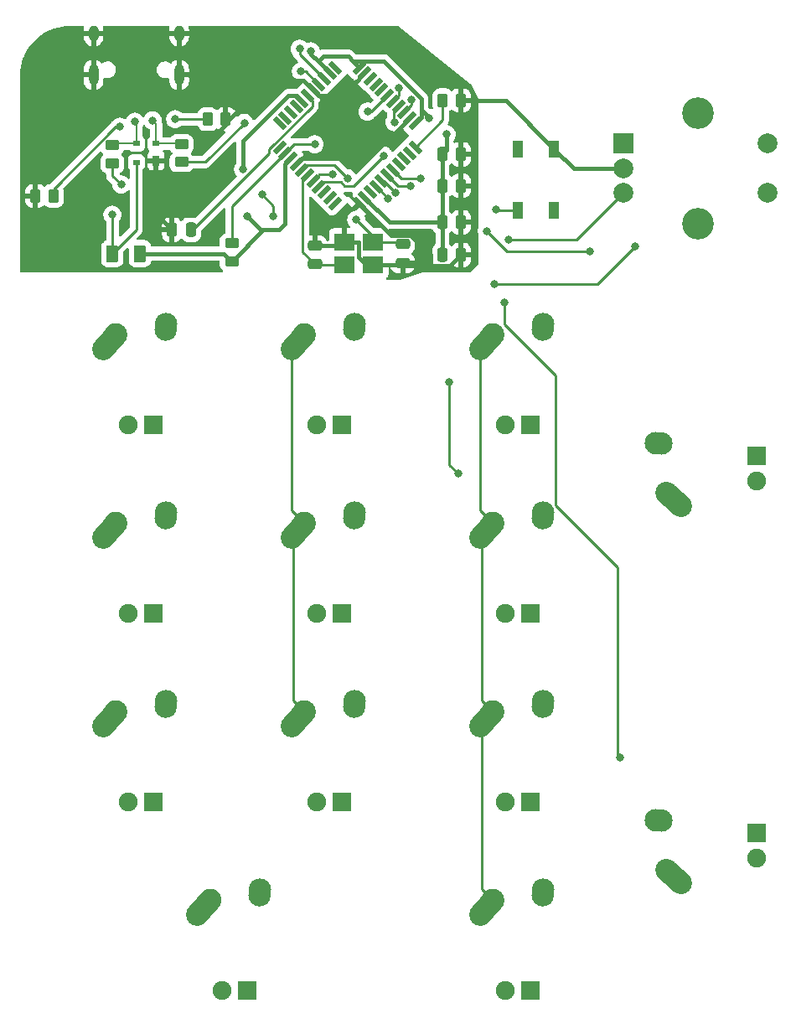
<source format=gtl>
G04 #@! TF.GenerationSoftware,KiCad,Pcbnew,(6.0.5)*
G04 #@! TF.CreationDate,2023-01-08T23:57:36-05:00*
G04 #@! TF.ProjectId,macro-pad-pcb,6d616372-6f2d-4706-9164-2d7063622e6b,rev?*
G04 #@! TF.SameCoordinates,Original*
G04 #@! TF.FileFunction,Copper,L1,Top*
G04 #@! TF.FilePolarity,Positive*
%FSLAX46Y46*%
G04 Gerber Fmt 4.6, Leading zero omitted, Abs format (unit mm)*
G04 Created by KiCad (PCBNEW (6.0.5)) date 2023-01-08 23:57:36*
%MOMM*%
%LPD*%
G01*
G04 APERTURE LIST*
G04 Aperture macros list*
%AMRoundRect*
0 Rectangle with rounded corners*
0 $1 Rounding radius*
0 $2 $3 $4 $5 $6 $7 $8 $9 X,Y pos of 4 corners*
0 Add a 4 corners polygon primitive as box body*
4,1,4,$2,$3,$4,$5,$6,$7,$8,$9,$2,$3,0*
0 Add four circle primitives for the rounded corners*
1,1,$1+$1,$2,$3*
1,1,$1+$1,$4,$5*
1,1,$1+$1,$6,$7*
1,1,$1+$1,$8,$9*
0 Add four rect primitives between the rounded corners*
20,1,$1+$1,$2,$3,$4,$5,0*
20,1,$1+$1,$4,$5,$6,$7,0*
20,1,$1+$1,$6,$7,$8,$9,0*
20,1,$1+$1,$8,$9,$2,$3,0*%
%AMHorizOval*
0 Thick line with rounded ends*
0 $1 width*
0 $2 $3 position (X,Y) of the first rounded end (center of the circle)*
0 $4 $5 position (X,Y) of the second rounded end (center of the circle)*
0 Add line between two ends*
20,1,$1,$2,$3,$4,$5,0*
0 Add two circle primitives to create the rounded ends*
1,1,$1,$2,$3*
1,1,$1,$4,$5*%
%AMRotRect*
0 Rectangle, with rotation*
0 The origin of the aperture is its center*
0 $1 length*
0 $2 width*
0 $3 Rotation angle, in degrees counterclockwise*
0 Add horizontal line*
21,1,$1,$2,0,0,$3*%
G04 Aperture macros list end*
G04 #@! TA.AperFunction,ComponentPad*
%ADD10C,2.250000*%
G04 #@! TD*
G04 #@! TA.AperFunction,ComponentPad*
%ADD11HorizOval,2.250000X0.655001X0.730000X-0.655001X-0.730000X0*%
G04 #@! TD*
G04 #@! TA.AperFunction,ComponentPad*
%ADD12HorizOval,2.250000X0.020000X0.290000X-0.020000X-0.290000X0*%
G04 #@! TD*
G04 #@! TA.AperFunction,ComponentPad*
%ADD13C,1.905000*%
G04 #@! TD*
G04 #@! TA.AperFunction,ComponentPad*
%ADD14R,1.905000X1.905000*%
G04 #@! TD*
G04 #@! TA.AperFunction,ComponentPad*
%ADD15HorizOval,2.250000X-0.730000X0.655001X0.730000X-0.655001X0*%
G04 #@! TD*
G04 #@! TA.AperFunction,ComponentPad*
%ADD16HorizOval,2.250000X-0.290000X0.020000X0.290000X-0.020000X0*%
G04 #@! TD*
G04 #@! TA.AperFunction,SMDPad,CuDef*
%ADD17RoundRect,0.250000X-0.450000X0.262500X-0.450000X-0.262500X0.450000X-0.262500X0.450000X0.262500X0*%
G04 #@! TD*
G04 #@! TA.AperFunction,SMDPad,CuDef*
%ADD18RotRect,1.500000X0.550000X45.000000*%
G04 #@! TD*
G04 #@! TA.AperFunction,SMDPad,CuDef*
%ADD19RotRect,1.500000X0.550000X315.000000*%
G04 #@! TD*
G04 #@! TA.AperFunction,SMDPad,CuDef*
%ADD20RoundRect,0.250000X0.262500X0.450000X-0.262500X0.450000X-0.262500X-0.450000X0.262500X-0.450000X0*%
G04 #@! TD*
G04 #@! TA.AperFunction,SMDPad,CuDef*
%ADD21RoundRect,0.250000X0.475000X-0.250000X0.475000X0.250000X-0.475000X0.250000X-0.475000X-0.250000X0*%
G04 #@! TD*
G04 #@! TA.AperFunction,SMDPad,CuDef*
%ADD22RoundRect,0.250000X-0.475000X0.250000X-0.475000X-0.250000X0.475000X-0.250000X0.475000X0.250000X0*%
G04 #@! TD*
G04 #@! TA.AperFunction,SMDPad,CuDef*
%ADD23RoundRect,0.250000X-0.250000X-0.475000X0.250000X-0.475000X0.250000X0.475000X-0.250000X0.475000X0*%
G04 #@! TD*
G04 #@! TA.AperFunction,ComponentPad*
%ADD24C,2.000000*%
G04 #@! TD*
G04 #@! TA.AperFunction,ComponentPad*
%ADD25C,3.200000*%
G04 #@! TD*
G04 #@! TA.AperFunction,ComponentPad*
%ADD26R,2.000000X2.000000*%
G04 #@! TD*
G04 #@! TA.AperFunction,SMDPad,CuDef*
%ADD27RoundRect,0.250000X-0.262500X-0.450000X0.262500X-0.450000X0.262500X0.450000X-0.262500X0.450000X0*%
G04 #@! TD*
G04 #@! TA.AperFunction,SMDPad,CuDef*
%ADD28R,0.700000X0.600000*%
G04 #@! TD*
G04 #@! TA.AperFunction,SMDPad,CuDef*
%ADD29R,0.700000X1.000000*%
G04 #@! TD*
G04 #@! TA.AperFunction,SMDPad,CuDef*
%ADD30R,2.100000X1.800000*%
G04 #@! TD*
G04 #@! TA.AperFunction,SMDPad,CuDef*
%ADD31R,1.100000X1.800000*%
G04 #@! TD*
G04 #@! TA.AperFunction,SMDPad,CuDef*
%ADD32RoundRect,0.250000X-0.375000X-0.625000X0.375000X-0.625000X0.375000X0.625000X-0.375000X0.625000X0*%
G04 #@! TD*
G04 #@! TA.AperFunction,ComponentPad*
%ADD33O,1.000000X2.100000*%
G04 #@! TD*
G04 #@! TA.AperFunction,ComponentPad*
%ADD34O,1.000000X1.600000*%
G04 #@! TD*
G04 #@! TA.AperFunction,ViaPad*
%ADD35C,0.800000*%
G04 #@! TD*
G04 #@! TA.AperFunction,Conductor*
%ADD36C,0.254000*%
G04 #@! TD*
G04 #@! TA.AperFunction,Conductor*
%ADD37C,0.381000*%
G04 #@! TD*
G04 #@! TA.AperFunction,Conductor*
%ADD38C,0.200000*%
G04 #@! TD*
G04 APERTURE END LIST*
D10*
G04 #@! TO.P,MX4,1,COL*
G04 #@! TO.N,COL0*
X170537500Y-100775000D03*
D11*
X169882501Y-101505000D03*
D12*
G04 #@! TO.P,MX4,2,ROW*
G04 #@! TO.N,Net-(D4-Pad2)*
X175557500Y-99985000D03*
D10*
X175577500Y-99695000D03*
D13*
G04 #@! TO.P,MX4,3*
G04 #@! TO.N,N/C*
X171767500Y-109855000D03*
D14*
G04 #@! TO.P,MX4,4*
X174307500Y-109855000D03*
G04 #@! TD*
D10*
G04 #@! TO.P,MX7,1,COL*
G04 #@! TO.N,COL3*
X226187500Y-97750000D03*
D15*
X226917500Y-98404999D03*
D10*
G04 #@! TO.P,MX7,2,ROW*
G04 #@! TO.N,Net-(D7-Pad2)*
X225107500Y-92710000D03*
D16*
X225397500Y-92730000D03*
D13*
G04 #@! TO.P,MX7,3*
G04 #@! TO.N,N/C*
X235267500Y-96520000D03*
D14*
G04 #@! TO.P,MX7,4*
X235267500Y-93980000D03*
G04 #@! TD*
D10*
G04 #@! TO.P,MX6,1,COL*
G04 #@! TO.N,COL2*
X208637500Y-100775000D03*
D11*
X207982501Y-101505000D03*
D12*
G04 #@! TO.P,MX6,2,ROW*
G04 #@! TO.N,Net-(D6-Pad2)*
X213657500Y-99985000D03*
D10*
X213677500Y-99695000D03*
D13*
G04 #@! TO.P,MX6,3*
G04 #@! TO.N,N/C*
X209867500Y-109855000D03*
D14*
G04 #@! TO.P,MX6,4*
X212407500Y-109855000D03*
G04 #@! TD*
D17*
G04 #@! TO.P,R5,2*
G04 #@! TO.N,Net-(R5-Pad2)*
X170180000Y-64412500D03*
G04 #@! TO.P,R5,1*
G04 #@! TO.N,D-*
X170180000Y-62587500D03*
G04 #@! TD*
D18*
G04 #@! TO.P,U2,44,AVCC*
G04 #@! TO.N,+5V*
X195131082Y-54736064D03*
G04 #@! TO.P,U2,43,GND*
G04 #@! TO.N,GND*
X195696767Y-55301750D03*
G04 #@! TO.P,U2,42,AREF*
G04 #@! TO.N,unconnected-(U2-Pad42)*
X196262452Y-55867435D03*
G04 #@! TO.P,U2,41,PF0*
G04 #@! TO.N,unconnected-(U2-Pad41)*
X196828138Y-56433120D03*
G04 #@! TO.P,U2,40,PF1*
G04 #@! TO.N,unconnected-(U2-Pad40)*
X197393823Y-56998806D03*
G04 #@! TO.P,U2,39,PF4*
G04 #@! TO.N,COL0*
X197959509Y-57564491D03*
G04 #@! TO.P,U2,38,PF5*
G04 #@! TO.N,COL1*
X198525194Y-58130177D03*
G04 #@! TO.P,U2,37,PF6*
G04 #@! TO.N,COL2*
X199090880Y-58695862D03*
G04 #@! TO.P,U2,36,PF7*
G04 #@! TO.N,COL3*
X199656565Y-59261548D03*
G04 #@! TO.P,U2,35,GND*
G04 #@! TO.N,GND*
X200222250Y-59827233D03*
G04 #@! TO.P,U2,34,VCC*
G04 #@! TO.N,+5V*
X200787936Y-60392918D03*
D19*
G04 #@! TO.P,U2,33,~{HWB}/PE2*
G04 #@! TO.N,Net-(R6-Pad1)*
X200787936Y-62797082D03*
G04 #@! TO.P,U2,32,PC7*
G04 #@! TO.N,unconnected-(U2-Pad32)*
X200222250Y-63362767D03*
G04 #@! TO.P,U2,31,PC6*
G04 #@! TO.N,unconnected-(U2-Pad31)*
X199656565Y-63928452D03*
G04 #@! TO.P,U2,30,PB6*
G04 #@! TO.N,unconnected-(U2-Pad30)*
X199090880Y-64494138D03*
G04 #@! TO.P,U2,29,PB5*
G04 #@! TO.N,ROW3*
X198525194Y-65059823D03*
G04 #@! TO.P,U2,28,PB4*
G04 #@! TO.N,ROW2*
X197959509Y-65625509D03*
G04 #@! TO.P,U2,27,PD7*
G04 #@! TO.N,ROW1*
X197393823Y-66191194D03*
G04 #@! TO.P,U2,26,PD6*
G04 #@! TO.N,ROW0*
X196828138Y-66756880D03*
G04 #@! TO.P,U2,25,PD4*
G04 #@! TO.N,unconnected-(U2-Pad25)*
X196262452Y-67322565D03*
G04 #@! TO.P,U2,24,AVCC*
G04 #@! TO.N,+5V*
X195696767Y-67888250D03*
G04 #@! TO.P,U2,23,GND*
G04 #@! TO.N,GND*
X195131082Y-68453936D03*
D18*
G04 #@! TO.P,U2,22,PD5*
G04 #@! TO.N,unconnected-(U2-Pad22)*
X192726918Y-68453936D03*
G04 #@! TO.P,U2,21,PD3*
G04 #@! TO.N,unconnected-(U2-Pad21)*
X192161233Y-67888250D03*
G04 #@! TO.P,U2,20,PD2*
G04 #@! TO.N,unconnected-(U2-Pad20)*
X191595548Y-67322565D03*
G04 #@! TO.P,U2,19,PD1*
G04 #@! TO.N,EN1*
X191029862Y-66756880D03*
G04 #@! TO.P,U2,18,PD0*
G04 #@! TO.N,EN2*
X190464177Y-66191194D03*
G04 #@! TO.P,U2,17,XTAL1*
G04 #@! TO.N,Net-(C1-Pad2)*
X189898491Y-65625509D03*
G04 #@! TO.P,U2,16,XTAL2*
G04 #@! TO.N,Net-(C2-Pad2)*
X189332806Y-65059823D03*
G04 #@! TO.P,U2,15,GND*
G04 #@! TO.N,GND*
X188767120Y-64494138D03*
G04 #@! TO.P,U2,14,VCC*
G04 #@! TO.N,+5V*
X188201435Y-63928452D03*
G04 #@! TO.P,U2,13,~{RESET}*
G04 #@! TO.N,Net-(R1-Pad1)*
X187635750Y-63362767D03*
G04 #@! TO.P,U2,12,PB7*
G04 #@! TO.N,unconnected-(U2-Pad12)*
X187070064Y-62797082D03*
D19*
G04 #@! TO.P,U2,11,PB3*
G04 #@! TO.N,unconnected-(U2-Pad11)*
X187070064Y-60392918D03*
G04 #@! TO.P,U2,10,PB2*
G04 #@! TO.N,unconnected-(U2-Pad10)*
X187635750Y-59827233D03*
G04 #@! TO.P,U2,9,PB1*
G04 #@! TO.N,unconnected-(U2-Pad9)*
X188201435Y-59261548D03*
G04 #@! TO.P,U2,8,PB0*
G04 #@! TO.N,unconnected-(U2-Pad8)*
X188767120Y-58695862D03*
G04 #@! TO.P,U2,7,VBUS*
G04 #@! TO.N,+5V*
X189332806Y-58130177D03*
G04 #@! TO.P,U2,6,UCAP*
G04 #@! TO.N,Net-(C3-Pad2)*
X189898491Y-57564491D03*
G04 #@! TO.P,U2,5,UGND*
G04 #@! TO.N,GND*
X190464177Y-56998806D03*
G04 #@! TO.P,U2,4,D+*
G04 #@! TO.N,Net-(R4-Pad2)*
X191029862Y-56433120D03*
G04 #@! TO.P,U2,3,D-*
G04 #@! TO.N,Net-(R5-Pad2)*
X191595548Y-55867435D03*
G04 #@! TO.P,U2,2,UVCC*
G04 #@! TO.N,+5V*
X192161233Y-55301750D03*
G04 #@! TO.P,U2,1,PE6*
G04 #@! TO.N,unconnected-(U2-Pad1)*
X192726918Y-54736064D03*
G04 #@! TD*
D20*
G04 #@! TO.P,R3,2*
G04 #@! TO.N,GND*
X162409500Y-67691000D03*
G04 #@! TO.P,R3,1*
G04 #@! TO.N,Net-(R3-Pad1)*
X164234500Y-67691000D03*
G04 #@! TD*
D21*
G04 #@! TO.P,C2,2*
G04 #@! TO.N,Net-(C2-Pad2)*
X199517000Y-72583000D03*
G04 #@! TO.P,C2,1*
G04 #@! TO.N,GND*
X199517000Y-74483000D03*
G04 #@! TD*
D22*
G04 #@! TO.P,C1,2*
G04 #@! TO.N,Net-(C1-Pad2)*
X190627000Y-74610000D03*
G04 #@! TO.P,C1,1*
G04 #@! TO.N,GND*
X190627000Y-72710000D03*
G04 #@! TD*
D11*
G04 #@! TO.P,MX8,1,COL*
G04 #@! TO.N,COL0*
X169882501Y-120555000D03*
D10*
X170537500Y-119825000D03*
D12*
G04 #@! TO.P,MX8,2,ROW*
G04 #@! TO.N,Net-(D8-Pad2)*
X175557500Y-119035000D03*
D10*
X175577500Y-118745000D03*
D13*
G04 #@! TO.P,MX8,3*
G04 #@! TO.N,N/C*
X171767500Y-128905000D03*
D14*
G04 #@! TO.P,MX8,4*
X174307500Y-128905000D03*
G04 #@! TD*
D23*
G04 #@! TO.P,C3,2*
G04 #@! TO.N,Net-(C3-Pad2)*
X178115000Y-71120000D03*
G04 #@! TO.P,C3,1*
G04 #@! TO.N,GND*
X176215000Y-71120000D03*
G04 #@! TD*
D14*
G04 #@! TO.P,MX5,4*
G04 #@! TO.N,N/C*
X193357500Y-109855000D03*
D13*
G04 #@! TO.P,MX5,3*
X190817500Y-109855000D03*
D10*
G04 #@! TO.P,MX5,2,ROW*
G04 #@! TO.N,Net-(D5-Pad2)*
X194627500Y-99695000D03*
D12*
X194607500Y-99985000D03*
D11*
G04 #@! TO.P,MX5,1,COL*
G04 #@! TO.N,COL1*
X188932501Y-101505000D03*
D10*
X189587500Y-100775000D03*
G04 #@! TD*
D24*
G04 #@! TO.P,SW2,S2*
G04 #@! TO.N,N/C*
X236358000Y-62397000D03*
G04 #@! TO.P,SW2,S1*
X236358000Y-67397000D03*
D25*
G04 #@! TO.P,SW2,MP*
X229358000Y-70497000D03*
X229358000Y-59297000D03*
D24*
G04 #@! TO.P,SW2,C,C*
G04 #@! TO.N,GND*
X221858000Y-64897000D03*
G04 #@! TO.P,SW2,B,B*
G04 #@! TO.N,EN1*
X221858000Y-67397000D03*
D26*
G04 #@! TO.P,SW2,A,A*
G04 #@! TO.N,EN2*
X221858000Y-62397000D03*
G04 #@! TD*
D10*
G04 #@! TO.P,MX11,1,COL*
G04 #@! TO.N,COL0*
X180062500Y-138875000D03*
D11*
X179407501Y-139605000D03*
D10*
G04 #@! TO.P,MX11,2,ROW*
G04 #@! TO.N,Net-(D11-Pad2)*
X185102500Y-137795000D03*
D12*
X185082500Y-138085000D03*
D13*
G04 #@! TO.P,MX11,3*
G04 #@! TO.N,N/C*
X181292500Y-147955000D03*
D14*
G04 #@! TO.P,MX11,4*
X183832500Y-147955000D03*
G04 #@! TD*
D27*
G04 #@! TO.P,R2,2*
G04 #@! TO.N,GND*
X181633500Y-59944000D03*
G04 #@! TO.P,R2,1*
G04 #@! TO.N,Net-(R2-Pad1)*
X179808500Y-59944000D03*
G04 #@! TD*
D11*
G04 #@! TO.P,MX12,1,COL*
G04 #@! TO.N,COL2*
X207982501Y-139605000D03*
D10*
X208637500Y-138875000D03*
G04 #@! TO.P,MX12,2,ROW*
G04 #@! TO.N,Net-(D12-Pad2)*
X213677500Y-137795000D03*
D12*
X213657500Y-138085000D03*
D13*
G04 #@! TO.P,MX12,3*
G04 #@! TO.N,N/C*
X209867500Y-147955000D03*
D14*
G04 #@! TO.P,MX12,4*
X212407500Y-147955000D03*
G04 #@! TD*
D27*
G04 #@! TO.P,R6,2*
G04 #@! TO.N,GND*
X205382500Y-58039000D03*
G04 #@! TO.P,R6,1*
G04 #@! TO.N,Net-(R6-Pad1)*
X203557500Y-58039000D03*
G04 #@! TD*
D10*
G04 #@! TO.P,MX13,1,COL*
G04 #@! TO.N,COL3*
X226187500Y-135850000D03*
D15*
X226917500Y-136504999D03*
D16*
G04 #@! TO.P,MX13,2,ROW*
G04 #@! TO.N,Net-(D13-Pad2)*
X225397500Y-130830000D03*
D10*
X225107500Y-130810000D03*
D13*
G04 #@! TO.P,MX13,3*
G04 #@! TO.N,N/C*
X235267500Y-134620000D03*
D14*
G04 #@! TO.P,MX13,4*
X235267500Y-132080000D03*
G04 #@! TD*
D11*
G04 #@! TO.P,MX9,1,COL*
G04 #@! TO.N,COL1*
X188932501Y-120555000D03*
D10*
X189587500Y-119825000D03*
G04 #@! TO.P,MX9,2,ROW*
G04 #@! TO.N,Net-(D9-Pad2)*
X194627500Y-118745000D03*
D12*
X194607500Y-119035000D03*
D13*
G04 #@! TO.P,MX9,3*
G04 #@! TO.N,N/C*
X190817500Y-128905000D03*
D14*
G04 #@! TO.P,MX9,4*
X193357500Y-128905000D03*
G04 #@! TD*
D11*
G04 #@! TO.P,MX10,1,COL*
G04 #@! TO.N,COL2*
X207982501Y-120555000D03*
D10*
X208637500Y-119825000D03*
D12*
G04 #@! TO.P,MX10,2,ROW*
G04 #@! TO.N,Net-(D10-Pad2)*
X213657500Y-119035000D03*
D10*
X213677500Y-118745000D03*
D13*
G04 #@! TO.P,MX10,3*
G04 #@! TO.N,N/C*
X209867500Y-128905000D03*
D14*
G04 #@! TO.P,MX10,4*
X212407500Y-128905000D03*
G04 #@! TD*
D23*
G04 #@! TO.P,C7,2*
G04 #@! TO.N,GND*
X205420000Y-66675000D03*
G04 #@! TO.P,C7,1*
G04 #@! TO.N,+5V*
X203520000Y-66675000D03*
G04 #@! TD*
D17*
G04 #@! TO.P,R4,2*
G04 #@! TO.N,Net-(R4-Pad2)*
X177165000Y-64285500D03*
G04 #@! TO.P,R4,1*
G04 #@! TO.N,D+*
X177165000Y-62460500D03*
G04 #@! TD*
D23*
G04 #@! TO.P,C5,2*
G04 #@! TO.N,GND*
X205420000Y-70358000D03*
G04 #@! TO.P,C5,1*
G04 #@! TO.N,+5V*
X203520000Y-70358000D03*
G04 #@! TD*
G04 #@! TO.P,C6,2*
G04 #@! TO.N,GND*
X205420000Y-73660000D03*
G04 #@! TO.P,C6,1*
G04 #@! TO.N,+5V*
X203520000Y-73660000D03*
G04 #@! TD*
D10*
G04 #@! TO.P,MX3,1,COL*
G04 #@! TO.N,COL2*
X208637500Y-81725000D03*
D11*
X207982501Y-82455000D03*
D10*
G04 #@! TO.P,MX3,2,ROW*
G04 #@! TO.N,Net-(D3-Pad2)*
X213677500Y-80645000D03*
D12*
X213657500Y-80935000D03*
D13*
G04 #@! TO.P,MX3,3*
G04 #@! TO.N,N/C*
X209867500Y-90805000D03*
D14*
G04 #@! TO.P,MX3,4*
X212407500Y-90805000D03*
G04 #@! TD*
D28*
G04 #@! TO.P,U1,4,VCC*
G04 #@! TO.N,VCC*
X172609000Y-64323000D03*
G04 #@! TO.P,U1,3,IO2*
G04 #@! TO.N,D-*
X172609000Y-62423000D03*
G04 #@! TO.P,U1,2,IO1*
G04 #@! TO.N,D+*
X174609000Y-62423000D03*
D29*
G04 #@! TO.P,U1,1,GND*
G04 #@! TO.N,GND*
X174609000Y-64123000D03*
G04 #@! TD*
D11*
G04 #@! TO.P,MX1,1,COL*
G04 #@! TO.N,COL0*
X169882501Y-82455000D03*
D10*
X170537500Y-81725000D03*
D12*
G04 #@! TO.P,MX1,2,ROW*
G04 #@! TO.N,Net-(D1-Pad2)*
X175557500Y-80935000D03*
D10*
X175577500Y-80645000D03*
D13*
G04 #@! TO.P,MX1,3*
G04 #@! TO.N,N/C*
X171767500Y-90805000D03*
D14*
G04 #@! TO.P,MX1,4*
X174307500Y-90805000D03*
G04 #@! TD*
D17*
G04 #@! TO.P,R1,2*
G04 #@! TO.N,+5V*
X182245000Y-74318500D03*
G04 #@! TO.P,R1,1*
G04 #@! TO.N,Net-(R1-Pad1)*
X182245000Y-72493500D03*
G04 #@! TD*
D10*
G04 #@! TO.P,MX2,1,COL*
G04 #@! TO.N,COL1*
X189587500Y-81725000D03*
D11*
X188932501Y-82455000D03*
D12*
G04 #@! TO.P,MX2,2,ROW*
G04 #@! TO.N,Net-(D2-Pad2)*
X194607500Y-80935000D03*
D10*
X194627500Y-80645000D03*
D13*
G04 #@! TO.P,MX2,3*
G04 #@! TO.N,N/C*
X190817500Y-90805000D03*
D14*
G04 #@! TO.P,MX2,4*
X193357500Y-90805000D03*
G04 #@! TD*
D30*
G04 #@! TO.P,Y1,4,4*
G04 #@! TO.N,GND*
X193622000Y-72383000D03*
G04 #@! TO.P,Y1,3,3*
G04 #@! TO.N,Net-(C2-Pad2)*
X196522000Y-72383000D03*
G04 #@! TO.P,Y1,2,2*
G04 #@! TO.N,GND*
X196522000Y-74683000D03*
G04 #@! TO.P,Y1,1,1*
G04 #@! TO.N,Net-(C1-Pad2)*
X193622000Y-74683000D03*
G04 #@! TD*
D31*
G04 #@! TO.P,SW1,4*
G04 #@! TO.N,N/C*
X214829000Y-69140000D03*
G04 #@! TO.P,SW1,3*
X211129000Y-62940000D03*
G04 #@! TO.P,SW1,2,2*
G04 #@! TO.N,Net-(R1-Pad1)*
X211129000Y-69140000D03*
G04 #@! TO.P,SW1,1,1*
G04 #@! TO.N,GND*
X214829000Y-62940000D03*
G04 #@! TD*
D32*
G04 #@! TO.P,F1,2*
G04 #@! TO.N,+5V*
X172977000Y-73533000D03*
G04 #@! TO.P,F1,1*
G04 #@! TO.N,VCC*
X170177000Y-73533000D03*
G04 #@! TD*
D23*
G04 #@! TO.P,C4,2*
G04 #@! TO.N,GND*
X205420000Y-63500000D03*
G04 #@! TO.P,C4,1*
G04 #@! TO.N,+5V*
X203520000Y-63500000D03*
G04 #@! TD*
D33*
G04 #@! TO.P,USB1,13,SHIELD*
G04 #@! TO.N,GND*
X176917000Y-55481000D03*
D34*
X176917000Y-51301000D03*
D33*
X168277000Y-55481000D03*
D34*
X168277000Y-51301000D03*
G04 #@! TD*
D35*
G04 #@! TO.N,Net-(R4-Pad2)*
X183514989Y-60325000D03*
G04 #@! TO.N,GND*
X179324000Y-62865000D03*
X177546000Y-65913000D03*
X180975000Y-54864000D03*
G04 #@! TO.N,EN2*
X223012000Y-72771000D03*
X208788000Y-76581000D03*
X192405000Y-65544761D03*
G04 #@! TO.N,EN1*
X210185000Y-72136000D03*
X197612000Y-63627000D03*
G04 #@! TO.N,ROW2*
X221488000Y-124460000D03*
X209804000Y-78486000D03*
X200279000Y-66675000D03*
G04 #@! TO.N,ROW1*
X204216000Y-86487000D03*
X198824636Y-67390576D03*
X205105000Y-95758000D03*
G04 #@! TO.N,ROW0*
X197993000Y-67945000D03*
G04 #@! TO.N,ROW3*
X201295000Y-65913000D03*
X208026000Y-71247000D03*
X218440000Y-73279000D03*
G04 #@! TO.N,COL1*
X186436000Y-69723000D03*
X185293000Y-67564000D03*
X199103105Y-56799605D03*
G04 #@! TO.N,COL2*
X198681127Y-60251127D03*
G04 #@! TO.N,COL3*
X200398590Y-58005819D03*
G04 #@! TO.N,COL0*
X195961000Y-59182000D03*
G04 #@! TO.N,+5V*
X203962000Y-61468000D03*
X202184000Y-59817000D03*
X190246000Y-53086000D03*
X183769000Y-69723000D03*
X183388000Y-65024000D03*
G04 #@! TO.N,Net-(R1-Pad1)*
X208915000Y-69088000D03*
X190627000Y-62484000D03*
G04 #@! TO.N,Net-(C2-Pad2)*
X193929000Y-65913000D03*
X194818000Y-70104000D03*
G04 #@! TO.N,VCC*
X170180000Y-69596000D03*
G04 #@! TO.N,Net-(R3-Pad1)*
X170942000Y-60706000D03*
G04 #@! TO.N,D-*
X172466000Y-60198000D03*
G04 #@! TO.N,Net-(R5-Pad2)*
X171069000Y-66548000D03*
X189103000Y-52832000D03*
G04 #@! TO.N,Net-(R4-Pad2)*
X189230000Y-55118000D03*
G04 #@! TO.N,Net-(R2-Pad1)*
X176530000Y-59944000D03*
G04 #@! TO.N,GND*
X163830000Y-61341000D03*
G04 #@! TO.N,D+*
X174244000Y-60071000D03*
G04 #@! TD*
D36*
G04 #@! TO.N,Net-(R4-Pad2)*
X183514989Y-60325000D02*
X183514989Y-60325011D01*
X183514989Y-60325011D02*
X179554500Y-64285500D01*
D37*
G04 #@! TO.N,GND*
X202338980Y-73687980D02*
X202338980Y-74775020D01*
X200343980Y-71692980D02*
X202338980Y-73687980D01*
X195131082Y-68453936D02*
X198370126Y-71692980D01*
X202338980Y-74775020D02*
X204304980Y-74775020D01*
X198370126Y-71692980D02*
X200343980Y-71692980D01*
X199809020Y-74775020D02*
X202338980Y-74775020D01*
X177546000Y-65913000D02*
X174625000Y-65913000D01*
X174609000Y-65929000D02*
X174609000Y-69514000D01*
X174609000Y-64123000D02*
X174609000Y-65929000D01*
X181633500Y-60555500D02*
X179324000Y-62865000D01*
X181633500Y-59944000D02*
X181633500Y-60555500D01*
X174625000Y-65913000D02*
X174609000Y-65929000D01*
X180975000Y-54864000D02*
X181633500Y-55522500D01*
X181633500Y-55522500D02*
X181633500Y-59944000D01*
D36*
G04 #@! TO.N,EN2*
X219202000Y-76581000D02*
X223012000Y-72771000D01*
X208788000Y-76581000D02*
X219202000Y-76581000D01*
X191110610Y-65544761D02*
X192405000Y-65544761D01*
X190464177Y-66191194D02*
X191110610Y-65544761D01*
G04 #@! TO.N,EN1*
X217119000Y-72136000D02*
X221858000Y-67397000D01*
X194564000Y-66675000D02*
X197612000Y-63627000D01*
X193663557Y-66675000D02*
X194564000Y-66675000D01*
X193259818Y-66271261D02*
X193663557Y-66675000D01*
X210185000Y-72136000D02*
X217119000Y-72136000D01*
X191515481Y-66271261D02*
X193259818Y-66271261D01*
X191029862Y-66756880D02*
X191515481Y-66271261D01*
G04 #@! TO.N,ROW2*
X221234000Y-124206000D02*
X221488000Y-124460000D01*
X221234000Y-105198752D02*
X221234000Y-124206000D01*
X214965979Y-98930731D02*
X221234000Y-105198752D01*
X214965979Y-85806979D02*
X214965979Y-98930731D01*
X209804000Y-80645000D02*
X214965979Y-85806979D01*
X209804000Y-78486000D02*
X209804000Y-80645000D01*
X199009000Y-66675000D02*
X200279000Y-66675000D01*
X197959509Y-65625509D02*
X199009000Y-66675000D01*
G04 #@! TO.N,ROW1*
X204216000Y-94869000D02*
X205105000Y-95758000D01*
X204216000Y-86487000D02*
X204216000Y-94869000D01*
X197625254Y-66191194D02*
X198824636Y-67390576D01*
X197393823Y-66191194D02*
X197625254Y-66191194D01*
G04 #@! TO.N,ROW0*
X197993000Y-67945000D02*
X197993000Y-67921742D01*
X197993000Y-67921742D02*
X196828138Y-66756880D01*
G04 #@! TO.N,COL1*
X188462500Y-118700000D02*
X189587500Y-119825000D01*
X188462500Y-101900000D02*
X188462500Y-118700000D01*
X189587500Y-100775000D02*
X188462500Y-101900000D01*
X188277500Y-99465000D02*
X189587500Y-100775000D01*
X188277500Y-83035000D02*
X188277500Y-99465000D01*
X189587500Y-81725000D02*
X188277500Y-83035000D01*
G04 #@! TO.N,COL2*
X207327500Y-99465000D02*
X207327500Y-83185000D01*
X208637500Y-100775000D02*
X207327500Y-99465000D01*
X207512500Y-102420000D02*
X207327500Y-102235000D01*
X207512500Y-118700000D02*
X207512500Y-102420000D01*
X208637500Y-119825000D02*
X207512500Y-118700000D01*
X207512500Y-120950000D02*
X207512500Y-137750000D01*
X207512500Y-137750000D02*
X208637500Y-138875000D01*
X208637500Y-119825000D02*
X207512500Y-120950000D01*
G04 #@! TO.N,ROW3*
X199378371Y-65913000D02*
X198525194Y-65059823D01*
X201295000Y-65913000D02*
X199378371Y-65913000D01*
X210058000Y-73279000D02*
X208026000Y-71247000D01*
X218440000Y-73279000D02*
X210058000Y-73279000D01*
G04 #@! TO.N,COL1*
X186436000Y-68707000D02*
X186436000Y-69723000D01*
X185293000Y-67564000D02*
X186436000Y-68707000D01*
D37*
G04 #@! TO.N,+5V*
X187652316Y-64477571D02*
X188201435Y-63928452D01*
X187652316Y-70538684D02*
X187652316Y-64477571D01*
X187059250Y-71131750D02*
X187652316Y-70538684D01*
X185431750Y-71131750D02*
X187059250Y-71131750D01*
D36*
G04 #@! TO.N,COL1*
X199103105Y-57552266D02*
X199103105Y-56799605D01*
X198525194Y-58130177D02*
X199103105Y-57552266D01*
G04 #@! TO.N,COL2*
X198605261Y-59181481D02*
X198605261Y-60175261D01*
X199090880Y-58695862D02*
X198605261Y-59181481D01*
X198605261Y-60175261D02*
X198681127Y-60251127D01*
G04 #@! TO.N,COL3*
X200398590Y-58005819D02*
X200398590Y-58519523D01*
X200398590Y-58519523D02*
X199656565Y-59261548D01*
G04 #@! TO.N,COL0*
X196342000Y-59182000D02*
X197959509Y-57564491D01*
X195961000Y-59182000D02*
X196342000Y-59182000D01*
D37*
G04 #@! TO.N,GND*
X196104464Y-63945019D02*
X191834019Y-63945019D01*
X200222250Y-59827233D02*
X196104464Y-63945019D01*
X191659924Y-63770924D02*
X191659924Y-57547924D01*
X191834019Y-63945019D02*
X191659924Y-63770924D01*
X191013295Y-57547924D02*
X191659924Y-57547924D01*
X191834019Y-63945019D02*
X189316239Y-63945019D01*
X191659924Y-57547924D02*
X193450593Y-57547924D01*
X189316239Y-63945019D02*
X188767120Y-64494138D01*
D36*
G04 #@! TO.N,Net-(C3-Pad2)*
X190384110Y-58050110D02*
X189898491Y-57564491D01*
X190384110Y-58632360D02*
X190384110Y-58050110D01*
X186018760Y-62997710D02*
X190384110Y-58632360D01*
X186018760Y-63420683D02*
X186018760Y-62997710D01*
X178319443Y-71120000D02*
X186018760Y-63420683D01*
X178115000Y-71120000D02*
X178319443Y-71120000D01*
G04 #@! TO.N,Net-(R4-Pad2)*
X177165000Y-64285500D02*
X179554500Y-64285500D01*
D37*
G04 #@! TO.N,+5V*
X203962000Y-63058000D02*
X203520000Y-63500000D01*
X203962000Y-61468000D02*
X203962000Y-63058000D01*
X201549000Y-59182000D02*
X202184000Y-59817000D01*
X201422000Y-59182000D02*
X201422000Y-59758854D01*
X201422000Y-59182000D02*
X201549000Y-59182000D01*
X201422000Y-57912000D02*
X201422000Y-59182000D01*
X197581991Y-54071991D02*
X201422000Y-57912000D01*
X194467009Y-54071991D02*
X197581991Y-54071991D01*
X201422000Y-59758854D02*
X200787936Y-60392918D01*
X194467009Y-54071991D02*
X195131082Y-54736064D01*
X194016278Y-53621260D02*
X194467009Y-54071991D01*
X190984741Y-54125259D02*
X191488740Y-53621260D01*
X191488740Y-53621260D02*
X194016278Y-53621260D01*
X190984741Y-54125259D02*
X192161233Y-55301750D01*
X190246000Y-53386517D02*
X190984741Y-54125259D01*
X190246000Y-53086000D02*
X190246000Y-53386517D01*
X185177750Y-71131750D02*
X185431750Y-71131750D01*
X183769000Y-69723000D02*
X185177750Y-71131750D01*
X182245000Y-74318500D02*
X185431750Y-71131750D01*
X183388000Y-64770000D02*
X183388000Y-65024000D01*
X183388000Y-62155765D02*
X183388000Y-64770000D01*
X187962707Y-57581058D02*
X183388000Y-62155765D01*
X188783687Y-57581058D02*
X187962707Y-57581058D01*
X189332806Y-58130177D02*
X188783687Y-57581058D01*
G04 #@! TO.N,GND*
X194523758Y-56474758D02*
X195696767Y-55301750D01*
X193450593Y-57547924D02*
X194523758Y-56474758D01*
X190464177Y-56998806D02*
X191013295Y-57547924D01*
D36*
G04 #@! TO.N,Net-(R1-Pad1)*
X188514517Y-62484000D02*
X187635750Y-63362767D01*
X190627000Y-62484000D02*
X188514517Y-62484000D01*
X208967000Y-69140000D02*
X208915000Y-69088000D01*
X211129000Y-69140000D02*
X208967000Y-69140000D01*
D37*
G04 #@! TO.N,GND*
X216786000Y-64897000D02*
X221858000Y-64897000D01*
X214829000Y-62940000D02*
X216786000Y-64897000D01*
X209928000Y-58039000D02*
X214829000Y-62940000D01*
X205382500Y-58039000D02*
X209928000Y-58039000D01*
X205382500Y-63462500D02*
X205420000Y-63500000D01*
X205382500Y-58039000D02*
X205382500Y-63462500D01*
D36*
G04 #@! TO.N,Net-(R6-Pad1)*
X203557500Y-60027518D02*
X200787936Y-62797082D01*
X203557500Y-58039000D02*
X203557500Y-60027518D01*
D37*
G04 #@! TO.N,+5V*
X198166517Y-70358000D02*
X195696767Y-67888250D01*
X203520000Y-70358000D02*
X198166517Y-70358000D01*
X203520000Y-73660000D02*
X203520000Y-70358000D01*
X203520000Y-70358000D02*
X203520000Y-66675000D01*
X203520000Y-63500000D02*
X203520000Y-66675000D01*
G04 #@! TO.N,GND*
X205420000Y-66675000D02*
X205420000Y-63500000D01*
X205420000Y-70358000D02*
X205420000Y-66675000D01*
X205420000Y-70358000D02*
X205420000Y-73660000D01*
X199517000Y-74483000D02*
X199809020Y-74775020D01*
X204304980Y-74775020D02*
X205420000Y-73660000D01*
D36*
G04 #@! TO.N,Net-(C1-Pad2)*
X189412873Y-73395873D02*
X189412873Y-66111127D01*
X189412873Y-66111127D02*
X189898491Y-65625509D01*
X190627000Y-74610000D02*
X189412873Y-73395873D01*
G04 #@! TO.N,Net-(C2-Pad2)*
X189818424Y-64574205D02*
X189332806Y-65059823D01*
X192590205Y-64574205D02*
X189818424Y-64574205D01*
X193929000Y-65913000D02*
X192590205Y-64574205D01*
X196522000Y-71808000D02*
X194818000Y-70104000D01*
X196522000Y-72383000D02*
X196522000Y-71808000D01*
X199317000Y-72383000D02*
X196522000Y-72383000D01*
X199517000Y-72583000D02*
X199317000Y-72383000D01*
D37*
G04 #@! TO.N,GND*
X195062011Y-73904011D02*
X195841000Y-74683000D01*
X195053000Y-72383000D02*
X195062011Y-72392011D01*
X195841000Y-74683000D02*
X196522000Y-74683000D01*
X193622000Y-72383000D02*
X195053000Y-72383000D01*
X195062011Y-72392011D02*
X195062011Y-73904011D01*
X199317000Y-74683000D02*
X199517000Y-74483000D01*
X196522000Y-74683000D02*
X199317000Y-74683000D01*
D36*
G04 #@! TO.N,Net-(C1-Pad2)*
X190700000Y-74683000D02*
X193622000Y-74683000D01*
X190627000Y-74610000D02*
X190700000Y-74683000D01*
D37*
G04 #@! TO.N,GND*
X193295000Y-72710000D02*
X193622000Y-72383000D01*
X190627000Y-72710000D02*
X193295000Y-72710000D01*
D36*
G04 #@! TO.N,VCC*
X170177000Y-69599000D02*
X170180000Y-69596000D01*
X170177000Y-73533000D02*
X170177000Y-69599000D01*
G04 #@! TO.N,Net-(R3-Pad1)*
X164234500Y-67005178D02*
X164234500Y-67691000D01*
X170533678Y-60706000D02*
X164234500Y-67005178D01*
X170942000Y-60706000D02*
X170533678Y-60706000D01*
D38*
G04 #@! TO.N,D-*
X172609000Y-60341000D02*
X172466000Y-60198000D01*
X172609000Y-62423000D02*
X172609000Y-60341000D01*
D36*
G04 #@! TO.N,Net-(R5-Pad2)*
X189103000Y-53374887D02*
X191595548Y-55867435D01*
X189103000Y-52832000D02*
X189103000Y-53374887D01*
X170180000Y-65659000D02*
X171069000Y-66548000D01*
X170180000Y-64412500D02*
X170180000Y-65659000D01*
G04 #@! TO.N,Net-(R4-Pad2)*
X189230000Y-55118000D02*
X189714742Y-55118000D01*
X189714742Y-55118000D02*
X191029862Y-56433120D01*
G04 #@! TO.N,Net-(R1-Pad1)*
X182245000Y-68753517D02*
X187635750Y-63362767D01*
X182245000Y-72493500D02*
X182245000Y-68753517D01*
D37*
G04 #@! TO.N,+5V*
X181459500Y-73533000D02*
X182245000Y-74318500D01*
X172977000Y-73533000D02*
X181459500Y-73533000D01*
G04 #@! TO.N,GND*
X185928000Y-56007000D02*
X189472371Y-56007000D01*
X181991000Y-59944000D02*
X185928000Y-56007000D01*
X189472371Y-56007000D02*
X190464177Y-56998806D01*
X181633500Y-59944000D02*
X181991000Y-59944000D01*
D36*
G04 #@! TO.N,VCC*
X172609000Y-64323000D02*
X172609000Y-71101000D01*
X172609000Y-71101000D02*
X170177000Y-73533000D01*
D37*
G04 #@! TO.N,GND*
X174609000Y-69514000D02*
X176215000Y-71120000D01*
D36*
G04 #@! TO.N,Net-(R2-Pad1)*
X179808500Y-59944000D02*
X176530000Y-59944000D01*
D37*
G04 #@! TO.N,GND*
X162409500Y-62761500D02*
X163830000Y-61341000D01*
X162409500Y-67691000D02*
X162409500Y-62761500D01*
D38*
G04 #@! TO.N,D+*
X177127500Y-62423000D02*
X177165000Y-62460500D01*
X174609000Y-62423000D02*
X177127500Y-62423000D01*
X174609000Y-60436000D02*
X174609000Y-62423000D01*
X174244000Y-60071000D02*
X174609000Y-60436000D01*
G04 #@! TO.N,D-*
X170344500Y-62423000D02*
X170180000Y-62587500D01*
X172609000Y-62423000D02*
X170344500Y-62423000D01*
G04 #@! TD*
G04 #@! TA.AperFunction,Conductor*
G04 #@! TO.N,GND*
G36*
X199074145Y-50516439D02*
G01*
X199084795Y-50524086D01*
X206353390Y-56338962D01*
X206387376Y-56381002D01*
X207155448Y-57917146D01*
X207168750Y-57973495D01*
X207168750Y-70925421D01*
X207162583Y-70964357D01*
X207132458Y-71057072D01*
X207131768Y-71063638D01*
X207131767Y-71063642D01*
X207117568Y-71198744D01*
X207112496Y-71247000D01*
X207113186Y-71253565D01*
X207131422Y-71427067D01*
X207132458Y-71436928D01*
X207162583Y-71529642D01*
X207168750Y-71568579D01*
X207168750Y-74560310D01*
X207148748Y-74628431D01*
X207131845Y-74649405D01*
X206411905Y-75369345D01*
X206349593Y-75403371D01*
X206322810Y-75406250D01*
X201612500Y-75406250D01*
X199250648Y-76193534D01*
X199210803Y-76200000D01*
X197974083Y-76200000D01*
X197905962Y-76179998D01*
X197859469Y-76126342D01*
X197849365Y-76056068D01*
X197878859Y-75991488D01*
X197898518Y-75973174D01*
X197927723Y-75951286D01*
X197940285Y-75938724D01*
X198016786Y-75836649D01*
X198025324Y-75821054D01*
X198070478Y-75700606D01*
X198074105Y-75685351D01*
X198079631Y-75634486D01*
X198080000Y-75627672D01*
X198080000Y-75020527D01*
X198100002Y-74952406D01*
X198153658Y-74905913D01*
X198223932Y-74895809D01*
X198288512Y-74925303D01*
X198325524Y-74980652D01*
X198348587Y-75049782D01*
X198354761Y-75062962D01*
X198440063Y-75200807D01*
X198449099Y-75212208D01*
X198563829Y-75326739D01*
X198575240Y-75335751D01*
X198713243Y-75420816D01*
X198726424Y-75426963D01*
X198880710Y-75478138D01*
X198894086Y-75481005D01*
X198988438Y-75490672D01*
X198994854Y-75491000D01*
X199244885Y-75491000D01*
X199260124Y-75486525D01*
X199261329Y-75485135D01*
X199263000Y-75477452D01*
X199263000Y-75472884D01*
X199771000Y-75472884D01*
X199775475Y-75488123D01*
X199776865Y-75489328D01*
X199784548Y-75490999D01*
X200039095Y-75490999D01*
X200045614Y-75490662D01*
X200141206Y-75480743D01*
X200154600Y-75477851D01*
X200308784Y-75426412D01*
X200321962Y-75420239D01*
X200459807Y-75334937D01*
X200471208Y-75325901D01*
X200585739Y-75211171D01*
X200594751Y-75199760D01*
X200679816Y-75061757D01*
X200685963Y-75048576D01*
X200737138Y-74894290D01*
X200740005Y-74880914D01*
X200749672Y-74786562D01*
X200750000Y-74780146D01*
X200750000Y-74755115D01*
X200745525Y-74739876D01*
X200744135Y-74738671D01*
X200736452Y-74737000D01*
X199789115Y-74737000D01*
X199773876Y-74741475D01*
X199772671Y-74742865D01*
X199771000Y-74750548D01*
X199771000Y-75472884D01*
X199263000Y-75472884D01*
X199263000Y-74355000D01*
X199283002Y-74286879D01*
X199336658Y-74240386D01*
X199389000Y-74229000D01*
X200731884Y-74229000D01*
X200747123Y-74224525D01*
X200748328Y-74223135D01*
X200749999Y-74215452D01*
X200749999Y-74185905D01*
X200749662Y-74179386D01*
X200739743Y-74083794D01*
X200736851Y-74070400D01*
X200685412Y-73916216D01*
X200679239Y-73903038D01*
X200593937Y-73765193D01*
X200584901Y-73753792D01*
X200470172Y-73639262D01*
X200461238Y-73632206D01*
X200420177Y-73574288D01*
X200416947Y-73503365D01*
X200452574Y-73441954D01*
X200460407Y-73435154D01*
X200466348Y-73431478D01*
X200591305Y-73306303D01*
X200606745Y-73281255D01*
X200680275Y-73161968D01*
X200680276Y-73161966D01*
X200684115Y-73155738D01*
X200723506Y-73036978D01*
X200737632Y-72994389D01*
X200737632Y-72994387D01*
X200739797Y-72987861D01*
X200750500Y-72883400D01*
X200750500Y-72282600D01*
X200746142Y-72240594D01*
X200740238Y-72183692D01*
X200740237Y-72183688D01*
X200739526Y-72176834D01*
X200733978Y-72160203D01*
X200685868Y-72016002D01*
X200683550Y-72009054D01*
X200590478Y-71858652D01*
X200465303Y-71733695D01*
X200443274Y-71720116D01*
X200320968Y-71644725D01*
X200320966Y-71644724D01*
X200314738Y-71640885D01*
X200164339Y-71591000D01*
X200153389Y-71587368D01*
X200153387Y-71587368D01*
X200146861Y-71585203D01*
X200140025Y-71584503D01*
X200140022Y-71584502D01*
X200096969Y-71580091D01*
X200042400Y-71574500D01*
X198991600Y-71574500D01*
X198988354Y-71574837D01*
X198988350Y-71574837D01*
X198892692Y-71584762D01*
X198892688Y-71584763D01*
X198885834Y-71585474D01*
X198879298Y-71587655D01*
X198879296Y-71587655D01*
X198786675Y-71618556D01*
X198718054Y-71641450D01*
X198598314Y-71715548D01*
X198577151Y-71728644D01*
X198510848Y-71747500D01*
X198206500Y-71747500D01*
X198138379Y-71727498D01*
X198091886Y-71673842D01*
X198080500Y-71621500D01*
X198080500Y-71434866D01*
X198073745Y-71372684D01*
X198022615Y-71236295D01*
X198024404Y-71235624D01*
X198011636Y-71177234D01*
X198036376Y-71110687D01*
X198093166Y-71068080D01*
X198130071Y-71060297D01*
X198183630Y-71057209D01*
X198190882Y-71057000D01*
X202454315Y-71057000D01*
X202522436Y-71077002D01*
X202568929Y-71130658D01*
X202573837Y-71143120D01*
X202578450Y-71156946D01*
X202582301Y-71163170D01*
X202582302Y-71163171D01*
X202642950Y-71261176D01*
X202671522Y-71307348D01*
X202676704Y-71312521D01*
X202784018Y-71419648D01*
X202818097Y-71481930D01*
X202821000Y-71508821D01*
X202821000Y-72509003D01*
X202800998Y-72577124D01*
X202784173Y-72598021D01*
X202670695Y-72711697D01*
X202666855Y-72717927D01*
X202666854Y-72717928D01*
X202640710Y-72760342D01*
X202577885Y-72862262D01*
X202575581Y-72869209D01*
X202534219Y-72993913D01*
X202522203Y-73030139D01*
X202511500Y-73134600D01*
X202511500Y-74185400D01*
X202511837Y-74188646D01*
X202511837Y-74188650D01*
X202521618Y-74282914D01*
X202522474Y-74291166D01*
X202524655Y-74297702D01*
X202524655Y-74297704D01*
X202534570Y-74327422D01*
X202578450Y-74458946D01*
X202671522Y-74609348D01*
X202796697Y-74734305D01*
X202802927Y-74738145D01*
X202802928Y-74738146D01*
X202940288Y-74822816D01*
X202947262Y-74827115D01*
X203003276Y-74845694D01*
X203108611Y-74880632D01*
X203108613Y-74880632D01*
X203115139Y-74882797D01*
X203121975Y-74883497D01*
X203121978Y-74883498D01*
X203165031Y-74887909D01*
X203219600Y-74893500D01*
X203820400Y-74893500D01*
X203823646Y-74893163D01*
X203823650Y-74893163D01*
X203919308Y-74883238D01*
X203919312Y-74883237D01*
X203926166Y-74882526D01*
X203932702Y-74880345D01*
X203932704Y-74880345D01*
X204064806Y-74836272D01*
X204093946Y-74826550D01*
X204244348Y-74733478D01*
X204369305Y-74608303D01*
X204372102Y-74603765D01*
X204429353Y-74563176D01*
X204500276Y-74559946D01*
X204561687Y-74595572D01*
X204569062Y-74604068D01*
X204577098Y-74614207D01*
X204691829Y-74728739D01*
X204703240Y-74737751D01*
X204841243Y-74822816D01*
X204854424Y-74828963D01*
X205008710Y-74880138D01*
X205022086Y-74883005D01*
X205116438Y-74892672D01*
X205122854Y-74893000D01*
X205147885Y-74893000D01*
X205163124Y-74888525D01*
X205164329Y-74887135D01*
X205166000Y-74879452D01*
X205166000Y-74874884D01*
X205674000Y-74874884D01*
X205678475Y-74890123D01*
X205679865Y-74891328D01*
X205687548Y-74892999D01*
X205717095Y-74892999D01*
X205723614Y-74892662D01*
X205819206Y-74882743D01*
X205832600Y-74879851D01*
X205986784Y-74828412D01*
X205999962Y-74822239D01*
X206137807Y-74736937D01*
X206149208Y-74727901D01*
X206263739Y-74613171D01*
X206272751Y-74601760D01*
X206357816Y-74463757D01*
X206363963Y-74450576D01*
X206415138Y-74296290D01*
X206418005Y-74282914D01*
X206427672Y-74188562D01*
X206428000Y-74182146D01*
X206428000Y-73932115D01*
X206423525Y-73916876D01*
X206422135Y-73915671D01*
X206414452Y-73914000D01*
X205692115Y-73914000D01*
X205676876Y-73918475D01*
X205675671Y-73919865D01*
X205674000Y-73927548D01*
X205674000Y-74874884D01*
X205166000Y-74874884D01*
X205166000Y-73387885D01*
X205674000Y-73387885D01*
X205678475Y-73403124D01*
X205679865Y-73404329D01*
X205687548Y-73406000D01*
X206409884Y-73406000D01*
X206425123Y-73401525D01*
X206426328Y-73400135D01*
X206427999Y-73392452D01*
X206427999Y-73137905D01*
X206427662Y-73131386D01*
X206417743Y-73035794D01*
X206414851Y-73022400D01*
X206363412Y-72868216D01*
X206357239Y-72855038D01*
X206271937Y-72717193D01*
X206262901Y-72705792D01*
X206148171Y-72591261D01*
X206136760Y-72582249D01*
X205998757Y-72497184D01*
X205985576Y-72491037D01*
X205831290Y-72439862D01*
X205817914Y-72436995D01*
X205723562Y-72427328D01*
X205717145Y-72427000D01*
X205692115Y-72427000D01*
X205676876Y-72431475D01*
X205675671Y-72432865D01*
X205674000Y-72440548D01*
X205674000Y-73387885D01*
X205166000Y-73387885D01*
X205166000Y-72445116D01*
X205161525Y-72429877D01*
X205160135Y-72428672D01*
X205152452Y-72427001D01*
X205122905Y-72427001D01*
X205116386Y-72427338D01*
X205020794Y-72437257D01*
X205007400Y-72440149D01*
X204853216Y-72491588D01*
X204840038Y-72497761D01*
X204702193Y-72583063D01*
X204690792Y-72592099D01*
X204576262Y-72706828D01*
X204569206Y-72715762D01*
X204511288Y-72756823D01*
X204440365Y-72760053D01*
X204378954Y-72724426D01*
X204372154Y-72716593D01*
X204368478Y-72710652D01*
X204255982Y-72598352D01*
X204221903Y-72536070D01*
X204219000Y-72509179D01*
X204219000Y-71508997D01*
X204239002Y-71440876D01*
X204255827Y-71419979D01*
X204364131Y-71311486D01*
X204369305Y-71306303D01*
X204372102Y-71301765D01*
X204429353Y-71261176D01*
X204500276Y-71257946D01*
X204561687Y-71293572D01*
X204569062Y-71302068D01*
X204577098Y-71312207D01*
X204691829Y-71426739D01*
X204703240Y-71435751D01*
X204841243Y-71520816D01*
X204854424Y-71526963D01*
X205008710Y-71578138D01*
X205022086Y-71581005D01*
X205116438Y-71590672D01*
X205122854Y-71591000D01*
X205147885Y-71591000D01*
X205163124Y-71586525D01*
X205164329Y-71585135D01*
X205166000Y-71577452D01*
X205166000Y-71572884D01*
X205674000Y-71572884D01*
X205678475Y-71588123D01*
X205679865Y-71589328D01*
X205687548Y-71590999D01*
X205717095Y-71590999D01*
X205723614Y-71590662D01*
X205819206Y-71580743D01*
X205832600Y-71577851D01*
X205986784Y-71526412D01*
X205999962Y-71520239D01*
X206137807Y-71434937D01*
X206149208Y-71425901D01*
X206263739Y-71311171D01*
X206272751Y-71299760D01*
X206357816Y-71161757D01*
X206363963Y-71148576D01*
X206415138Y-70994290D01*
X206418005Y-70980914D01*
X206427672Y-70886562D01*
X206428000Y-70880146D01*
X206428000Y-70630115D01*
X206423525Y-70614876D01*
X206422135Y-70613671D01*
X206414452Y-70612000D01*
X205692115Y-70612000D01*
X205676876Y-70616475D01*
X205675671Y-70617865D01*
X205674000Y-70625548D01*
X205674000Y-71572884D01*
X205166000Y-71572884D01*
X205166000Y-70085885D01*
X205674000Y-70085885D01*
X205678475Y-70101124D01*
X205679865Y-70102329D01*
X205687548Y-70104000D01*
X206409884Y-70104000D01*
X206425123Y-70099525D01*
X206426328Y-70098135D01*
X206427999Y-70090452D01*
X206427999Y-69835905D01*
X206427662Y-69829386D01*
X206417743Y-69733794D01*
X206414851Y-69720400D01*
X206363412Y-69566216D01*
X206357239Y-69553038D01*
X206271937Y-69415193D01*
X206262901Y-69403792D01*
X206148171Y-69289261D01*
X206136760Y-69280249D01*
X205998757Y-69195184D01*
X205985576Y-69189037D01*
X205831290Y-69137862D01*
X205817914Y-69134995D01*
X205723562Y-69125328D01*
X205717145Y-69125000D01*
X205692115Y-69125000D01*
X205676876Y-69129475D01*
X205675671Y-69130865D01*
X205674000Y-69138548D01*
X205674000Y-70085885D01*
X205166000Y-70085885D01*
X205166000Y-69143116D01*
X205161525Y-69127877D01*
X205160135Y-69126672D01*
X205152452Y-69125001D01*
X205122905Y-69125001D01*
X205116386Y-69125338D01*
X205020794Y-69135257D01*
X205007400Y-69138149D01*
X204853216Y-69189588D01*
X204840038Y-69195761D01*
X204702193Y-69281063D01*
X204690792Y-69290099D01*
X204576262Y-69404828D01*
X204569206Y-69413762D01*
X204511288Y-69454823D01*
X204440365Y-69458053D01*
X204378954Y-69422426D01*
X204372154Y-69414593D01*
X204368478Y-69408652D01*
X204255982Y-69296352D01*
X204221903Y-69234070D01*
X204219000Y-69207179D01*
X204219000Y-67825997D01*
X204239002Y-67757876D01*
X204255827Y-67736979D01*
X204364131Y-67628486D01*
X204369305Y-67623303D01*
X204372102Y-67618765D01*
X204429353Y-67578176D01*
X204500276Y-67574946D01*
X204561687Y-67610572D01*
X204569062Y-67619068D01*
X204577098Y-67629207D01*
X204691829Y-67743739D01*
X204703240Y-67752751D01*
X204841243Y-67837816D01*
X204854424Y-67843963D01*
X205008710Y-67895138D01*
X205022086Y-67898005D01*
X205116438Y-67907672D01*
X205122854Y-67908000D01*
X205147885Y-67908000D01*
X205163124Y-67903525D01*
X205164329Y-67902135D01*
X205166000Y-67894452D01*
X205166000Y-67889884D01*
X205674000Y-67889884D01*
X205678475Y-67905123D01*
X205679865Y-67906328D01*
X205687548Y-67907999D01*
X205717095Y-67907999D01*
X205723614Y-67907662D01*
X205819206Y-67897743D01*
X205832600Y-67894851D01*
X205986784Y-67843412D01*
X205999962Y-67837239D01*
X206137807Y-67751937D01*
X206149208Y-67742901D01*
X206263739Y-67628171D01*
X206272751Y-67616760D01*
X206357816Y-67478757D01*
X206363963Y-67465576D01*
X206415138Y-67311290D01*
X206418005Y-67297914D01*
X206427672Y-67203562D01*
X206428000Y-67197146D01*
X206428000Y-66947115D01*
X206423525Y-66931876D01*
X206422135Y-66930671D01*
X206414452Y-66929000D01*
X205692115Y-66929000D01*
X205676876Y-66933475D01*
X205675671Y-66934865D01*
X205674000Y-66942548D01*
X205674000Y-67889884D01*
X205166000Y-67889884D01*
X205166000Y-66402885D01*
X205674000Y-66402885D01*
X205678475Y-66418124D01*
X205679865Y-66419329D01*
X205687548Y-66421000D01*
X206409884Y-66421000D01*
X206425123Y-66416525D01*
X206426328Y-66415135D01*
X206427999Y-66407452D01*
X206427999Y-66152905D01*
X206427662Y-66146386D01*
X206417743Y-66050794D01*
X206414851Y-66037400D01*
X206363412Y-65883216D01*
X206357239Y-65870038D01*
X206271937Y-65732193D01*
X206262901Y-65720792D01*
X206148171Y-65606261D01*
X206136760Y-65597249D01*
X205998757Y-65512184D01*
X205985576Y-65506037D01*
X205831290Y-65454862D01*
X205817914Y-65451995D01*
X205723562Y-65442328D01*
X205717145Y-65442000D01*
X205692115Y-65442000D01*
X205676876Y-65446475D01*
X205675671Y-65447865D01*
X205674000Y-65455548D01*
X205674000Y-66402885D01*
X205166000Y-66402885D01*
X205166000Y-65460116D01*
X205161525Y-65444877D01*
X205160135Y-65443672D01*
X205152452Y-65442001D01*
X205122905Y-65442001D01*
X205116386Y-65442338D01*
X205020794Y-65452257D01*
X205007400Y-65455149D01*
X204853216Y-65506588D01*
X204840038Y-65512761D01*
X204702193Y-65598063D01*
X204690792Y-65607099D01*
X204576262Y-65721828D01*
X204569206Y-65730762D01*
X204511288Y-65771823D01*
X204440365Y-65775053D01*
X204378954Y-65739426D01*
X204372154Y-65731593D01*
X204368478Y-65725652D01*
X204255982Y-65613352D01*
X204221903Y-65551070D01*
X204219000Y-65524179D01*
X204219000Y-64650997D01*
X204239002Y-64582876D01*
X204255827Y-64561979D01*
X204364131Y-64453486D01*
X204369305Y-64448303D01*
X204372102Y-64443765D01*
X204429353Y-64403176D01*
X204500276Y-64399946D01*
X204561687Y-64435572D01*
X204569062Y-64444068D01*
X204577098Y-64454207D01*
X204691829Y-64568739D01*
X204703240Y-64577751D01*
X204841243Y-64662816D01*
X204854424Y-64668963D01*
X205008710Y-64720138D01*
X205022086Y-64723005D01*
X205116438Y-64732672D01*
X205122854Y-64733000D01*
X205147885Y-64733000D01*
X205163124Y-64728525D01*
X205164329Y-64727135D01*
X205166000Y-64719452D01*
X205166000Y-64714884D01*
X205674000Y-64714884D01*
X205678475Y-64730123D01*
X205679865Y-64731328D01*
X205687548Y-64732999D01*
X205717095Y-64732999D01*
X205723614Y-64732662D01*
X205819206Y-64722743D01*
X205832600Y-64719851D01*
X205986784Y-64668412D01*
X205999962Y-64662239D01*
X206137807Y-64576937D01*
X206149208Y-64567901D01*
X206263739Y-64453171D01*
X206272751Y-64441760D01*
X206357816Y-64303757D01*
X206363963Y-64290576D01*
X206415138Y-64136290D01*
X206418005Y-64122914D01*
X206427672Y-64028562D01*
X206428000Y-64022146D01*
X206428000Y-63772115D01*
X206423525Y-63756876D01*
X206422135Y-63755671D01*
X206414452Y-63754000D01*
X205692115Y-63754000D01*
X205676876Y-63758475D01*
X205675671Y-63759865D01*
X205674000Y-63767548D01*
X205674000Y-64714884D01*
X205166000Y-64714884D01*
X205166000Y-63227885D01*
X205674000Y-63227885D01*
X205678475Y-63243124D01*
X205679865Y-63244329D01*
X205687548Y-63246000D01*
X206409884Y-63246000D01*
X206425123Y-63241525D01*
X206426328Y-63240135D01*
X206427999Y-63232452D01*
X206427999Y-62977905D01*
X206427662Y-62971386D01*
X206417743Y-62875794D01*
X206414851Y-62862400D01*
X206363412Y-62708216D01*
X206357239Y-62695038D01*
X206271937Y-62557193D01*
X206262901Y-62545792D01*
X206148171Y-62431261D01*
X206136760Y-62422249D01*
X205998757Y-62337184D01*
X205985576Y-62331037D01*
X205831290Y-62279862D01*
X205817914Y-62276995D01*
X205723562Y-62267328D01*
X205717145Y-62267000D01*
X205692115Y-62267000D01*
X205676876Y-62271475D01*
X205675671Y-62272865D01*
X205674000Y-62280548D01*
X205674000Y-63227885D01*
X205166000Y-63227885D01*
X205166000Y-62285116D01*
X205161525Y-62269877D01*
X205160135Y-62268672D01*
X205152452Y-62267001D01*
X205122905Y-62267001D01*
X205116386Y-62267338D01*
X205020794Y-62277257D01*
X205007400Y-62280149D01*
X204853208Y-62331591D01*
X204840450Y-62337567D01*
X204770277Y-62348351D01*
X204705414Y-62319485D01*
X204666453Y-62260133D01*
X204661000Y-62223466D01*
X204661000Y-62097779D01*
X204681002Y-62029658D01*
X204693359Y-62013475D01*
X204701040Y-62004944D01*
X204779465Y-61869109D01*
X204793223Y-61845279D01*
X204793224Y-61845278D01*
X204796527Y-61839556D01*
X204855542Y-61657928D01*
X204857479Y-61639505D01*
X204874814Y-61474565D01*
X204875504Y-61468000D01*
X204871658Y-61431409D01*
X204856232Y-61284635D01*
X204856232Y-61284633D01*
X204855542Y-61278072D01*
X204796527Y-61096444D01*
X204791631Y-61087963D01*
X204738727Y-60996332D01*
X204701040Y-60931056D01*
X204695666Y-60925087D01*
X204577675Y-60794045D01*
X204577674Y-60794044D01*
X204573253Y-60789134D01*
X204468964Y-60713363D01*
X204424094Y-60680763D01*
X204424093Y-60680762D01*
X204418752Y-60676882D01*
X204412724Y-60674198D01*
X204412722Y-60674197D01*
X204250319Y-60601891D01*
X204250318Y-60601891D01*
X204244288Y-60599206D01*
X204163230Y-60581977D01*
X204100758Y-60548249D01*
X204066436Y-60486099D01*
X204071164Y-60415260D01*
X204079013Y-60398030D01*
X204085522Y-60386190D01*
X204096373Y-60369671D01*
X204108850Y-60353585D01*
X204126476Y-60312852D01*
X204131693Y-60302204D01*
X204145467Y-60277149D01*
X204153069Y-60263321D01*
X204155040Y-60255646D01*
X204155042Y-60255640D01*
X204158131Y-60243607D01*
X204164534Y-60224905D01*
X204172617Y-60206226D01*
X204179560Y-60162391D01*
X204181967Y-60150769D01*
X204183432Y-60145065D01*
X204193000Y-60107800D01*
X204193000Y-60087453D01*
X204194551Y-60067742D01*
X204196495Y-60055468D01*
X204197735Y-60047639D01*
X204193559Y-60003462D01*
X204193000Y-59991604D01*
X204193000Y-59220396D01*
X204213002Y-59152275D01*
X204252696Y-59113253D01*
X204294348Y-59087478D01*
X204336206Y-59045547D01*
X204381138Y-59000537D01*
X204443421Y-58966458D01*
X204514241Y-58971461D01*
X204559329Y-59000382D01*
X204641829Y-59082739D01*
X204653240Y-59091751D01*
X204791243Y-59176816D01*
X204804424Y-59182963D01*
X204958710Y-59234138D01*
X204972086Y-59237005D01*
X205066438Y-59246672D01*
X205072854Y-59247000D01*
X205110385Y-59247000D01*
X205125624Y-59242525D01*
X205126829Y-59241135D01*
X205128500Y-59233452D01*
X205128500Y-59228884D01*
X205636500Y-59228884D01*
X205640975Y-59244123D01*
X205642365Y-59245328D01*
X205650048Y-59246999D01*
X205692095Y-59246999D01*
X205698614Y-59246662D01*
X205794206Y-59236743D01*
X205807600Y-59233851D01*
X205961784Y-59182412D01*
X205974962Y-59176239D01*
X206112807Y-59090937D01*
X206124208Y-59081901D01*
X206238739Y-58967171D01*
X206247751Y-58955760D01*
X206332816Y-58817757D01*
X206338963Y-58804576D01*
X206390138Y-58650290D01*
X206393005Y-58636914D01*
X206402672Y-58542562D01*
X206403000Y-58536146D01*
X206403000Y-58311115D01*
X206398525Y-58295876D01*
X206397135Y-58294671D01*
X206389452Y-58293000D01*
X205654615Y-58293000D01*
X205639376Y-58297475D01*
X205638171Y-58298865D01*
X205636500Y-58306548D01*
X205636500Y-59228884D01*
X205128500Y-59228884D01*
X205128500Y-57766885D01*
X205636500Y-57766885D01*
X205640975Y-57782124D01*
X205642365Y-57783329D01*
X205650048Y-57785000D01*
X206384884Y-57785000D01*
X206400123Y-57780525D01*
X206401328Y-57779135D01*
X206402999Y-57771452D01*
X206402999Y-57541905D01*
X206402662Y-57535386D01*
X206392743Y-57439794D01*
X206389851Y-57426400D01*
X206338412Y-57272216D01*
X206332239Y-57259038D01*
X206246937Y-57121193D01*
X206237901Y-57109792D01*
X206123171Y-56995261D01*
X206111760Y-56986249D01*
X205973757Y-56901184D01*
X205960576Y-56895037D01*
X205806290Y-56843862D01*
X205792914Y-56840995D01*
X205698562Y-56831328D01*
X205692145Y-56831000D01*
X205654615Y-56831000D01*
X205639376Y-56835475D01*
X205638171Y-56836865D01*
X205636500Y-56844548D01*
X205636500Y-57766885D01*
X205128500Y-57766885D01*
X205128500Y-56849116D01*
X205124025Y-56833877D01*
X205122635Y-56832672D01*
X205114952Y-56831001D01*
X205072905Y-56831001D01*
X205066386Y-56831338D01*
X204970794Y-56841257D01*
X204957400Y-56844149D01*
X204803216Y-56895588D01*
X204790038Y-56901761D01*
X204652193Y-56987063D01*
X204640792Y-56996099D01*
X204559570Y-57077462D01*
X204497287Y-57111541D01*
X204426467Y-57106538D01*
X204381380Y-57077617D01*
X204298488Y-56994870D01*
X204298483Y-56994866D01*
X204293303Y-56989695D01*
X204257356Y-56967537D01*
X204148968Y-56900725D01*
X204148966Y-56900724D01*
X204142738Y-56896885D01*
X204051986Y-56866784D01*
X203981389Y-56843368D01*
X203981387Y-56843368D01*
X203974861Y-56841203D01*
X203968025Y-56840503D01*
X203968022Y-56840502D01*
X203924969Y-56836091D01*
X203870400Y-56830500D01*
X203244600Y-56830500D01*
X203241354Y-56830837D01*
X203241350Y-56830837D01*
X203145692Y-56840762D01*
X203145688Y-56840763D01*
X203138834Y-56841474D01*
X203132298Y-56843655D01*
X203132296Y-56843655D01*
X203017189Y-56882058D01*
X202971054Y-56897450D01*
X202820652Y-56990522D01*
X202695695Y-57115697D01*
X202602885Y-57266262D01*
X202547203Y-57434139D01*
X202536500Y-57538600D01*
X202536500Y-58539400D01*
X202536837Y-58542646D01*
X202536837Y-58542650D01*
X202546618Y-58636914D01*
X202547474Y-58645166D01*
X202549655Y-58651702D01*
X202549655Y-58651704D01*
X202592791Y-58780998D01*
X202595375Y-58851947D01*
X202559191Y-58913031D01*
X202495727Y-58944856D01*
X202447070Y-58944121D01*
X202425371Y-58939509D01*
X202296369Y-58912088D01*
X202233472Y-58877937D01*
X202157905Y-58802370D01*
X202123879Y-58740058D01*
X202121000Y-58713275D01*
X202121000Y-57940600D01*
X202121292Y-57932029D01*
X202124654Y-57882725D01*
X202124654Y-57882721D01*
X202125170Y-57875149D01*
X202123865Y-57867673D01*
X202123865Y-57867669D01*
X202114337Y-57813078D01*
X202113374Y-57806553D01*
X202106722Y-57751582D01*
X202106721Y-57751579D01*
X202105809Y-57744040D01*
X202103125Y-57736938D01*
X202102281Y-57733500D01*
X202098417Y-57719377D01*
X202097387Y-57715965D01*
X202096081Y-57708483D01*
X202093029Y-57701530D01*
X202093027Y-57701524D01*
X202070763Y-57650806D01*
X202068270Y-57644698D01*
X202048692Y-57592885D01*
X202048690Y-57592882D01*
X202046006Y-57585778D01*
X202041701Y-57579514D01*
X202040045Y-57576347D01*
X202032940Y-57563582D01*
X202031132Y-57560525D01*
X202028078Y-57553567D01*
X202023452Y-57547538D01*
X201989740Y-57503604D01*
X201985862Y-57498267D01*
X201954481Y-57452607D01*
X201954479Y-57452605D01*
X201950179Y-57446348D01*
X201904311Y-57405481D01*
X201899036Y-57400501D01*
X198096488Y-53597953D01*
X198090634Y-53591687D01*
X198081280Y-53580964D01*
X198053149Y-53548717D01*
X198001613Y-53512497D01*
X197996317Y-53508564D01*
X197952728Y-53474385D01*
X197952725Y-53474383D01*
X197946751Y-53469699D01*
X197939827Y-53466573D01*
X197936792Y-53464735D01*
X197924093Y-53457491D01*
X197920945Y-53455803D01*
X197914730Y-53451435D01*
X197856041Y-53428553D01*
X197849996Y-53426013D01*
X197792556Y-53400078D01*
X197785083Y-53398693D01*
X197781665Y-53397622D01*
X197767676Y-53393637D01*
X197764184Y-53392740D01*
X197757102Y-53389979D01*
X197749569Y-53388987D01*
X197749568Y-53388987D01*
X197694661Y-53381758D01*
X197688148Y-53380726D01*
X197633673Y-53370630D01*
X197633671Y-53370630D01*
X197626204Y-53369246D01*
X197618624Y-53369683D01*
X197618623Y-53369683D01*
X197564879Y-53372782D01*
X197557626Y-53372991D01*
X194808734Y-53372991D01*
X194740613Y-53352989D01*
X194719639Y-53336086D01*
X194530775Y-53147222D01*
X194524921Y-53140956D01*
X194492430Y-53103711D01*
X194487436Y-53097986D01*
X194435900Y-53061766D01*
X194430604Y-53057833D01*
X194387015Y-53023654D01*
X194387012Y-53023652D01*
X194381038Y-53018968D01*
X194374114Y-53015842D01*
X194371079Y-53014004D01*
X194358380Y-53006760D01*
X194355232Y-53005072D01*
X194349017Y-53000704D01*
X194290328Y-52977822D01*
X194284283Y-52975282D01*
X194226843Y-52949347D01*
X194219370Y-52947962D01*
X194215952Y-52946891D01*
X194201963Y-52942906D01*
X194198471Y-52942009D01*
X194191389Y-52939248D01*
X194183856Y-52938256D01*
X194183855Y-52938256D01*
X194128948Y-52931027D01*
X194122435Y-52929995D01*
X194067960Y-52919899D01*
X194067958Y-52919899D01*
X194060491Y-52918515D01*
X194052911Y-52918952D01*
X194052910Y-52918952D01*
X193999166Y-52922051D01*
X193991913Y-52922260D01*
X191517329Y-52922260D01*
X191508759Y-52921968D01*
X191459464Y-52918607D01*
X191459460Y-52918607D01*
X191451888Y-52918091D01*
X191444411Y-52919396D01*
X191444410Y-52919396D01*
X191417120Y-52924159D01*
X191389825Y-52928923D01*
X191383308Y-52929884D01*
X191373866Y-52931027D01*
X191328322Y-52936538D01*
X191328319Y-52936539D01*
X191320780Y-52937451D01*
X191313671Y-52940137D01*
X191310228Y-52940983D01*
X191296115Y-52944843D01*
X191292702Y-52945873D01*
X191285222Y-52947179D01*
X191283600Y-52947891D01*
X191215089Y-52948413D01*
X191155072Y-52910486D01*
X191129831Y-52866186D01*
X191120857Y-52838565D01*
X191080527Y-52714444D01*
X190985040Y-52549056D01*
X190905254Y-52460444D01*
X190861675Y-52412045D01*
X190861674Y-52412044D01*
X190857253Y-52407134D01*
X190702752Y-52294882D01*
X190696724Y-52292198D01*
X190696722Y-52292197D01*
X190534319Y-52219891D01*
X190534318Y-52219891D01*
X190528288Y-52217206D01*
X190434887Y-52197353D01*
X190347944Y-52178872D01*
X190347939Y-52178872D01*
X190341487Y-52177500D01*
X190150513Y-52177500D01*
X190144061Y-52178872D01*
X190144056Y-52178872D01*
X190057113Y-52197353D01*
X189963712Y-52217206D01*
X189957685Y-52219889D01*
X189957677Y-52219892D01*
X189910452Y-52240919D01*
X189840085Y-52250354D01*
X189775788Y-52220249D01*
X189765566Y-52210123D01*
X189718675Y-52158045D01*
X189718674Y-52158044D01*
X189714253Y-52153134D01*
X189559752Y-52040882D01*
X189553724Y-52038198D01*
X189553722Y-52038197D01*
X189391319Y-51965891D01*
X189391318Y-51965891D01*
X189385288Y-51963206D01*
X189291888Y-51943353D01*
X189204944Y-51924872D01*
X189204939Y-51924872D01*
X189198487Y-51923500D01*
X189007513Y-51923500D01*
X189001061Y-51924872D01*
X189001056Y-51924872D01*
X188914112Y-51943353D01*
X188820712Y-51963206D01*
X188814682Y-51965891D01*
X188814681Y-51965891D01*
X188652278Y-52038197D01*
X188652276Y-52038198D01*
X188646248Y-52040882D01*
X188491747Y-52153134D01*
X188487326Y-52158044D01*
X188487325Y-52158045D01*
X188379179Y-52278154D01*
X188363960Y-52295056D01*
X188349585Y-52319954D01*
X188273699Y-52451393D01*
X188268473Y-52460444D01*
X188209458Y-52642072D01*
X188189496Y-52832000D01*
X188190186Y-52838565D01*
X188201830Y-52949347D01*
X188209458Y-53021928D01*
X188268473Y-53203556D01*
X188363960Y-53368944D01*
X188368378Y-53373851D01*
X188368379Y-53373852D01*
X188388955Y-53396704D01*
X188417637Y-53428558D01*
X188451263Y-53465904D01*
X188479669Y-53518879D01*
X188481579Y-53526319D01*
X188482573Y-53534186D01*
X188485492Y-53541559D01*
X188485493Y-53541562D01*
X188498907Y-53575443D01*
X188502752Y-53586672D01*
X188515131Y-53629280D01*
X188519169Y-53636107D01*
X188519170Y-53636110D01*
X188525488Y-53646793D01*
X188534188Y-53664551D01*
X188538761Y-53676102D01*
X188538765Y-53676108D01*
X188541681Y-53683475D01*
X188546339Y-53689886D01*
X188546340Y-53689888D01*
X188567764Y-53719375D01*
X188574281Y-53729297D01*
X188592826Y-53760655D01*
X188592829Y-53760659D01*
X188596866Y-53767485D01*
X188611250Y-53781869D01*
X188624091Y-53796903D01*
X188636058Y-53813374D01*
X188642166Y-53818427D01*
X188670255Y-53841664D01*
X188679035Y-53849654D01*
X188908634Y-54079253D01*
X188942660Y-54141565D01*
X188937595Y-54212380D01*
X188895048Y-54269216D01*
X188870787Y-54283455D01*
X188779281Y-54324195D01*
X188779274Y-54324199D01*
X188773248Y-54326882D01*
X188618747Y-54439134D01*
X188614326Y-54444044D01*
X188614325Y-54444045D01*
X188528302Y-54539584D01*
X188490960Y-54581056D01*
X188395473Y-54746444D01*
X188336458Y-54928072D01*
X188335768Y-54934633D01*
X188335768Y-54934635D01*
X188319959Y-55085047D01*
X188316496Y-55118000D01*
X188317186Y-55124565D01*
X188332018Y-55265680D01*
X188336458Y-55307928D01*
X188395473Y-55489556D01*
X188490960Y-55654944D01*
X188495378Y-55659851D01*
X188495379Y-55659852D01*
X188614325Y-55791955D01*
X188618747Y-55796866D01*
X188651224Y-55820462D01*
X188760879Y-55900131D01*
X188773248Y-55909118D01*
X188779276Y-55911802D01*
X188779278Y-55911803D01*
X188920272Y-55974577D01*
X188947712Y-55986794D01*
X189039743Y-56006356D01*
X189128056Y-56025128D01*
X189128061Y-56025128D01*
X189134513Y-56026500D01*
X189325487Y-56026500D01*
X189331944Y-56025128D01*
X189338515Y-56024437D01*
X189338673Y-56025937D01*
X189401708Y-56030744D01*
X189458343Y-56073557D01*
X189482841Y-56140193D01*
X189467423Y-56209496D01*
X189446217Y-56237686D01*
X189348588Y-56335316D01*
X189344046Y-56340379D01*
X189307026Y-56386420D01*
X189305017Y-56384805D01*
X189284491Y-56405245D01*
X189285833Y-56406914D01*
X189237087Y-56446107D01*
X188838041Y-56845153D01*
X188775729Y-56879179D01*
X188748946Y-56882058D01*
X187991307Y-56882058D01*
X187982736Y-56881766D01*
X187925856Y-56877888D01*
X187863772Y-56888724D01*
X187857293Y-56889680D01*
X187794747Y-56897249D01*
X187787645Y-56899933D01*
X187784163Y-56900788D01*
X187770128Y-56904628D01*
X187766680Y-56905669D01*
X187759190Y-56906976D01*
X187752229Y-56910032D01*
X187752228Y-56910032D01*
X187701512Y-56932295D01*
X187695404Y-56934788D01*
X187643593Y-56954366D01*
X187636485Y-56957052D01*
X187630219Y-56961358D01*
X187627064Y-56963008D01*
X187614272Y-56970127D01*
X187611228Y-56971927D01*
X187604274Y-56974980D01*
X187598246Y-56979605D01*
X187598245Y-56979606D01*
X187554311Y-57013318D01*
X187548974Y-57017196D01*
X187534829Y-57026918D01*
X187497055Y-57052879D01*
X187492003Y-57058549D01*
X187492002Y-57058550D01*
X187456189Y-57098746D01*
X187451208Y-57104022D01*
X184556344Y-59998886D01*
X184494032Y-60032912D01*
X184423217Y-60027847D01*
X184366381Y-59985300D01*
X184352143Y-59961041D01*
X184351556Y-59959723D01*
X184349516Y-59953444D01*
X184344064Y-59944000D01*
X184272888Y-59820721D01*
X184254029Y-59788056D01*
X184196221Y-59723853D01*
X184130664Y-59651045D01*
X184130660Y-59651041D01*
X184126242Y-59646134D01*
X183998820Y-59553556D01*
X183977083Y-59537763D01*
X183977082Y-59537762D01*
X183971741Y-59533882D01*
X183965713Y-59531198D01*
X183965711Y-59531197D01*
X183803308Y-59458891D01*
X183803307Y-59458891D01*
X183797277Y-59456206D01*
X183703876Y-59436353D01*
X183616933Y-59417872D01*
X183616928Y-59417872D01*
X183610476Y-59416500D01*
X183419502Y-59416500D01*
X183413050Y-59417872D01*
X183413045Y-59417872D01*
X183326102Y-59436353D01*
X183232701Y-59456206D01*
X183226671Y-59458891D01*
X183226670Y-59458891D01*
X183064267Y-59531197D01*
X183064265Y-59531198D01*
X183058237Y-59533882D01*
X183052896Y-59537762D01*
X183052895Y-59537763D01*
X183031158Y-59553556D01*
X182903736Y-59646134D01*
X182873635Y-59679565D01*
X182813188Y-59716804D01*
X182742204Y-59715452D01*
X182683220Y-59675938D01*
X182654963Y-59610807D01*
X182653999Y-59595254D01*
X182653999Y-59446905D01*
X182653662Y-59440386D01*
X182643743Y-59344794D01*
X182640851Y-59331400D01*
X182589412Y-59177216D01*
X182583239Y-59164038D01*
X182497937Y-59026193D01*
X182488901Y-59014792D01*
X182374171Y-58900261D01*
X182362760Y-58891249D01*
X182224757Y-58806184D01*
X182211576Y-58800037D01*
X182057290Y-58748862D01*
X182043914Y-58745995D01*
X181949562Y-58736328D01*
X181943145Y-58736000D01*
X181905615Y-58736000D01*
X181890376Y-58740475D01*
X181889171Y-58741865D01*
X181887500Y-58749548D01*
X181887500Y-60072000D01*
X181867498Y-60140121D01*
X181813842Y-60186614D01*
X181761500Y-60198000D01*
X181505500Y-60198000D01*
X181437379Y-60177998D01*
X181390886Y-60124342D01*
X181379500Y-60072000D01*
X181379500Y-58754116D01*
X181375025Y-58738877D01*
X181373635Y-58737672D01*
X181365952Y-58736001D01*
X181323905Y-58736001D01*
X181317386Y-58736338D01*
X181221794Y-58746257D01*
X181208400Y-58749149D01*
X181054216Y-58800588D01*
X181041038Y-58806761D01*
X180903193Y-58892063D01*
X180891792Y-58901099D01*
X180810570Y-58982462D01*
X180748287Y-59016541D01*
X180677467Y-59011538D01*
X180632380Y-58982617D01*
X180549488Y-58899870D01*
X180549483Y-58899866D01*
X180544303Y-58894695D01*
X180517117Y-58877937D01*
X180399968Y-58805725D01*
X180399966Y-58805724D01*
X180393738Y-58801885D01*
X180289265Y-58767233D01*
X180232389Y-58748368D01*
X180232387Y-58748368D01*
X180225861Y-58746203D01*
X180219025Y-58745503D01*
X180219022Y-58745502D01*
X180175969Y-58741091D01*
X180121400Y-58735500D01*
X179495600Y-58735500D01*
X179492354Y-58735837D01*
X179492350Y-58735837D01*
X179396692Y-58745762D01*
X179396688Y-58745763D01*
X179389834Y-58746474D01*
X179383298Y-58748655D01*
X179383296Y-58748655D01*
X179286353Y-58780998D01*
X179222054Y-58802450D01*
X179071652Y-58895522D01*
X178946695Y-59020697D01*
X178942855Y-59026927D01*
X178942854Y-59026928D01*
X178865215Y-59152882D01*
X178853885Y-59171262D01*
X178851581Y-59178207D01*
X178851581Y-59178208D01*
X178837000Y-59222168D01*
X178796568Y-59280528D01*
X178731004Y-59307764D01*
X178717407Y-59308500D01*
X177236399Y-59308500D01*
X177168278Y-59288498D01*
X177151092Y-59273891D01*
X177150580Y-59274460D01*
X177145668Y-59270037D01*
X177141253Y-59265134D01*
X177115117Y-59246145D01*
X176992094Y-59156763D01*
X176992093Y-59156762D01*
X176986752Y-59152882D01*
X176980724Y-59150198D01*
X176980722Y-59150197D01*
X176818319Y-59077891D01*
X176818318Y-59077891D01*
X176812288Y-59075206D01*
X176718888Y-59055353D01*
X176631944Y-59036872D01*
X176631939Y-59036872D01*
X176625487Y-59035500D01*
X176434513Y-59035500D01*
X176428061Y-59036872D01*
X176428056Y-59036872D01*
X176341112Y-59055353D01*
X176247712Y-59075206D01*
X176241682Y-59077891D01*
X176241681Y-59077891D01*
X176079278Y-59150197D01*
X176079276Y-59150198D01*
X176073248Y-59152882D01*
X176067907Y-59156762D01*
X176067906Y-59156763D01*
X176041100Y-59176239D01*
X175918747Y-59265134D01*
X175914326Y-59270044D01*
X175914325Y-59270045D01*
X175798902Y-59398236D01*
X175790960Y-59407056D01*
X175695473Y-59572444D01*
X175636458Y-59754072D01*
X175635768Y-59760633D01*
X175635768Y-59760635D01*
X175624290Y-59869846D01*
X175616496Y-59944000D01*
X175617186Y-59950565D01*
X175631894Y-60090500D01*
X175636458Y-60133928D01*
X175695473Y-60315556D01*
X175698776Y-60321278D01*
X175698777Y-60321279D01*
X175708648Y-60338376D01*
X175790960Y-60480944D01*
X175795378Y-60485851D01*
X175795379Y-60485852D01*
X175879700Y-60579500D01*
X175918747Y-60622866D01*
X175977598Y-60665624D01*
X176058188Y-60724176D01*
X176073248Y-60735118D01*
X176079276Y-60737802D01*
X176079278Y-60737803D01*
X176241681Y-60810109D01*
X176247712Y-60812794D01*
X176341113Y-60832647D01*
X176428056Y-60851128D01*
X176428061Y-60851128D01*
X176434513Y-60852500D01*
X176625487Y-60852500D01*
X176631939Y-60851128D01*
X176631944Y-60851128D01*
X176718887Y-60832647D01*
X176812288Y-60812794D01*
X176818319Y-60810109D01*
X176980722Y-60737803D01*
X176980724Y-60737802D01*
X176986752Y-60735118D01*
X177001813Y-60724176D01*
X177133628Y-60628406D01*
X177141253Y-60622866D01*
X177145668Y-60617963D01*
X177150580Y-60613540D01*
X177152221Y-60615362D01*
X177203210Y-60583950D01*
X177236399Y-60579500D01*
X178717470Y-60579500D01*
X178785591Y-60599502D01*
X178832084Y-60653158D01*
X178836994Y-60665624D01*
X178854450Y-60717946D01*
X178947522Y-60868348D01*
X179072697Y-60993305D01*
X179078927Y-60997145D01*
X179078928Y-60997146D01*
X179216288Y-61081816D01*
X179223262Y-61086115D01*
X179273352Y-61102729D01*
X179384611Y-61139632D01*
X179384613Y-61139632D01*
X179391139Y-61141797D01*
X179397975Y-61142497D01*
X179397978Y-61142498D01*
X179441031Y-61146909D01*
X179495600Y-61152500D01*
X180121400Y-61152500D01*
X180124646Y-61152163D01*
X180124650Y-61152163D01*
X180220308Y-61142238D01*
X180220312Y-61142237D01*
X180227166Y-61141526D01*
X180233702Y-61139345D01*
X180233704Y-61139345D01*
X180379447Y-61090721D01*
X180394946Y-61085550D01*
X180545348Y-60992478D01*
X180555047Y-60982762D01*
X180632138Y-60905537D01*
X180694421Y-60871458D01*
X180765241Y-60876461D01*
X180810329Y-60905382D01*
X180892829Y-60987739D01*
X180904240Y-60996751D01*
X181042243Y-61081816D01*
X181055424Y-61087963D01*
X181209710Y-61139138D01*
X181223086Y-61142005D01*
X181317438Y-61151672D01*
X181323854Y-61152000D01*
X181485077Y-61152000D01*
X181553198Y-61172002D01*
X181599691Y-61225658D01*
X181609795Y-61295932D01*
X181580301Y-61360512D01*
X181574172Y-61367095D01*
X179328172Y-63613095D01*
X179265860Y-63647121D01*
X179239077Y-63650000D01*
X178346396Y-63650000D01*
X178278275Y-63629998D01*
X178239253Y-63590304D01*
X178213478Y-63548652D01*
X178126891Y-63462216D01*
X178092812Y-63399934D01*
X178097815Y-63329114D01*
X178126736Y-63284025D01*
X178209134Y-63201483D01*
X178214305Y-63196303D01*
X178218146Y-63190072D01*
X178303275Y-63051968D01*
X178303276Y-63051966D01*
X178307115Y-63045738D01*
X178362797Y-62877861D01*
X178364283Y-62863364D01*
X178369495Y-62812484D01*
X178373500Y-62773400D01*
X178373500Y-62147600D01*
X178372263Y-62135678D01*
X178363238Y-62048692D01*
X178363237Y-62048688D01*
X178362526Y-62041834D01*
X178355393Y-62020452D01*
X178308868Y-61881002D01*
X178306550Y-61874054D01*
X178213478Y-61723652D01*
X178088303Y-61598695D01*
X178082072Y-61594854D01*
X177943968Y-61509725D01*
X177943966Y-61509724D01*
X177937738Y-61505885D01*
X177777254Y-61452655D01*
X177776389Y-61452368D01*
X177776387Y-61452368D01*
X177769861Y-61450203D01*
X177763025Y-61449503D01*
X177763022Y-61449502D01*
X177719969Y-61445091D01*
X177665400Y-61439500D01*
X176664600Y-61439500D01*
X176661354Y-61439837D01*
X176661350Y-61439837D01*
X176565692Y-61449762D01*
X176565688Y-61449763D01*
X176558834Y-61450474D01*
X176552298Y-61452655D01*
X176552296Y-61452655D01*
X176430658Y-61493237D01*
X176391054Y-61506450D01*
X176240652Y-61599522D01*
X176115695Y-61724697D01*
X176111855Y-61730927D01*
X176097251Y-61754618D01*
X176044478Y-61802110D01*
X175989992Y-61814500D01*
X175426329Y-61814500D01*
X175358208Y-61794498D01*
X175334668Y-61772593D01*
X175333992Y-61773269D01*
X175327642Y-61766919D01*
X175322261Y-61759739D01*
X175267935Y-61719024D01*
X175225420Y-61662165D01*
X175217500Y-61618198D01*
X175217500Y-60484136D01*
X175218578Y-60467690D01*
X175221672Y-60444188D01*
X175222750Y-60436000D01*
X175220529Y-60419125D01*
X175217500Y-60396120D01*
X175217500Y-60396115D01*
X175203891Y-60292741D01*
X175203890Y-60292739D01*
X175201838Y-60277150D01*
X175201838Y-60277149D01*
X175178690Y-60221265D01*
X175161441Y-60179621D01*
X175152540Y-60118233D01*
X175156814Y-60077565D01*
X175157504Y-60071000D01*
X175155814Y-60054921D01*
X175138232Y-59887635D01*
X175138232Y-59887633D01*
X175137542Y-59881072D01*
X175078527Y-59699444D01*
X175059643Y-59666735D01*
X175001899Y-59566721D01*
X174983040Y-59534056D01*
X174855253Y-59392134D01*
X174720521Y-59294245D01*
X174706094Y-59283763D01*
X174706093Y-59283762D01*
X174700752Y-59279882D01*
X174694724Y-59277198D01*
X174694722Y-59277197D01*
X174532319Y-59204891D01*
X174532318Y-59204891D01*
X174526288Y-59202206D01*
X174413387Y-59178208D01*
X174345944Y-59163872D01*
X174345939Y-59163872D01*
X174339487Y-59162500D01*
X174148513Y-59162500D01*
X174142061Y-59163872D01*
X174142056Y-59163872D01*
X174074613Y-59178208D01*
X173961712Y-59202206D01*
X173955682Y-59204891D01*
X173955681Y-59204891D01*
X173793278Y-59277197D01*
X173793276Y-59277198D01*
X173787248Y-59279882D01*
X173781907Y-59283762D01*
X173781906Y-59283763D01*
X173767479Y-59294245D01*
X173632747Y-59392134D01*
X173504960Y-59534056D01*
X173437419Y-59651041D01*
X173427457Y-59668295D01*
X173376074Y-59717288D01*
X173306361Y-59730724D01*
X173240450Y-59704338D01*
X173212413Y-59671980D01*
X173212224Y-59672118D01*
X173210620Y-59669911D01*
X173209218Y-59668292D01*
X173205040Y-59661056D01*
X173198329Y-59653602D01*
X173081675Y-59524045D01*
X173081674Y-59524044D01*
X173077253Y-59519134D01*
X172968866Y-59440386D01*
X172928094Y-59410763D01*
X172928093Y-59410762D01*
X172922752Y-59406882D01*
X172916724Y-59404198D01*
X172916722Y-59404197D01*
X172754319Y-59331891D01*
X172754318Y-59331891D01*
X172748288Y-59329206D01*
X172650964Y-59308519D01*
X172567944Y-59290872D01*
X172567939Y-59290872D01*
X172561487Y-59289500D01*
X172370513Y-59289500D01*
X172364061Y-59290872D01*
X172364056Y-59290872D01*
X172281036Y-59308519D01*
X172183712Y-59329206D01*
X172177682Y-59331891D01*
X172177681Y-59331891D01*
X172015278Y-59404197D01*
X172015276Y-59404198D01*
X172009248Y-59406882D01*
X172003907Y-59410762D01*
X172003906Y-59410763D01*
X171963134Y-59440386D01*
X171854747Y-59519134D01*
X171850326Y-59524044D01*
X171850325Y-59524045D01*
X171733672Y-59653602D01*
X171726960Y-59661056D01*
X171631473Y-59826444D01*
X171629432Y-59832726D01*
X171629431Y-59832728D01*
X171617371Y-59869846D01*
X171577298Y-59928452D01*
X171511901Y-59956089D01*
X171441945Y-59943982D01*
X171423483Y-59932850D01*
X171398752Y-59914882D01*
X171392724Y-59912198D01*
X171392722Y-59912197D01*
X171230319Y-59839891D01*
X171230318Y-59839891D01*
X171224288Y-59837206D01*
X171130887Y-59817353D01*
X171043944Y-59798872D01*
X171043939Y-59798872D01*
X171037487Y-59797500D01*
X170846513Y-59797500D01*
X170840061Y-59798872D01*
X170840056Y-59798872D01*
X170753113Y-59817353D01*
X170659712Y-59837206D01*
X170653682Y-59839891D01*
X170653681Y-59839891D01*
X170491278Y-59912197D01*
X170491276Y-59912198D01*
X170485248Y-59914882D01*
X170479907Y-59918762D01*
X170479906Y-59918763D01*
X170445195Y-59943982D01*
X170330747Y-60027134D01*
X170233419Y-60135228D01*
X170213853Y-60152845D01*
X170189186Y-60170767D01*
X170179267Y-60177282D01*
X170147907Y-60195828D01*
X170147904Y-60195830D01*
X170141080Y-60199866D01*
X170126696Y-60214250D01*
X170111662Y-60227091D01*
X170095191Y-60239058D01*
X170090138Y-60245166D01*
X170066901Y-60273255D01*
X170058911Y-60282035D01*
X163881439Y-66459506D01*
X163819895Y-66493053D01*
X163815834Y-66493474D01*
X163648054Y-66549450D01*
X163497652Y-66642522D01*
X163492479Y-66647704D01*
X163410862Y-66729463D01*
X163348579Y-66763542D01*
X163277759Y-66758539D01*
X163232671Y-66729618D01*
X163150171Y-66647261D01*
X163138760Y-66638249D01*
X163000757Y-66553184D01*
X162987576Y-66547037D01*
X162833290Y-66495862D01*
X162819914Y-66492995D01*
X162725562Y-66483328D01*
X162719145Y-66483000D01*
X162681615Y-66483000D01*
X162666376Y-66487475D01*
X162665171Y-66488865D01*
X162663500Y-66496548D01*
X162663500Y-68880884D01*
X162667975Y-68896123D01*
X162669365Y-68897328D01*
X162677048Y-68898999D01*
X162719095Y-68898999D01*
X162725614Y-68898662D01*
X162821206Y-68888743D01*
X162834600Y-68885851D01*
X162988784Y-68834412D01*
X163001962Y-68828239D01*
X163139807Y-68742937D01*
X163151208Y-68733901D01*
X163232430Y-68652538D01*
X163294713Y-68618459D01*
X163365533Y-68623462D01*
X163410620Y-68652383D01*
X163493512Y-68735130D01*
X163493517Y-68735134D01*
X163498697Y-68740305D01*
X163504927Y-68744145D01*
X163504928Y-68744146D01*
X163642288Y-68828816D01*
X163649262Y-68833115D01*
X163706585Y-68852128D01*
X163810611Y-68886632D01*
X163810613Y-68886632D01*
X163817139Y-68888797D01*
X163823975Y-68889497D01*
X163823978Y-68889498D01*
X163867031Y-68893909D01*
X163921600Y-68899500D01*
X164547400Y-68899500D01*
X164550646Y-68899163D01*
X164550650Y-68899163D01*
X164646308Y-68889238D01*
X164646312Y-68889237D01*
X164653166Y-68888526D01*
X164659702Y-68886345D01*
X164659704Y-68886345D01*
X164791806Y-68842272D01*
X164820946Y-68832550D01*
X164971348Y-68739478D01*
X165096305Y-68614303D01*
X165134666Y-68552070D01*
X165185275Y-68469968D01*
X165185276Y-68469966D01*
X165189115Y-68463738D01*
X165224252Y-68357803D01*
X165242632Y-68302389D01*
X165242632Y-68302387D01*
X165244797Y-68295861D01*
X165255500Y-68191400D01*
X165255500Y-67190600D01*
X165251157Y-67148739D01*
X165245238Y-67091692D01*
X165245237Y-67091688D01*
X165244526Y-67084834D01*
X165242346Y-67078300D01*
X165242345Y-67078295D01*
X165221409Y-67015543D01*
X165218825Y-66944593D01*
X165251838Y-66886572D01*
X168897657Y-63240753D01*
X168959969Y-63206727D01*
X169030784Y-63211792D01*
X169087620Y-63254339D01*
X169093894Y-63263542D01*
X169131522Y-63324348D01*
X169209863Y-63402552D01*
X169218109Y-63410784D01*
X169252188Y-63473066D01*
X169247185Y-63543886D01*
X169218264Y-63588975D01*
X169152995Y-63654358D01*
X169130695Y-63676697D01*
X169126855Y-63682927D01*
X169126854Y-63682928D01*
X169056530Y-63797015D01*
X169037885Y-63827262D01*
X169022058Y-63874978D01*
X168990740Y-63969402D01*
X168982203Y-63995139D01*
X168981503Y-64001975D01*
X168981502Y-64001978D01*
X168978769Y-64028650D01*
X168971500Y-64099600D01*
X168971500Y-64725400D01*
X168971837Y-64728646D01*
X168971837Y-64728650D01*
X168981392Y-64820736D01*
X168982474Y-64831166D01*
X168984655Y-64837702D01*
X168984655Y-64837704D01*
X169008267Y-64908477D01*
X169038450Y-64998946D01*
X169131522Y-65149348D01*
X169256697Y-65274305D01*
X169262927Y-65278145D01*
X169262928Y-65278146D01*
X169384672Y-65353190D01*
X169407262Y-65367115D01*
X169414207Y-65369419D01*
X169414208Y-65369419D01*
X169458168Y-65384000D01*
X169516528Y-65424432D01*
X169543764Y-65489996D01*
X169544500Y-65503593D01*
X169544500Y-65579980D01*
X169543970Y-65591214D01*
X169542292Y-65598719D01*
X169543617Y-65640872D01*
X169544438Y-65667012D01*
X169544500Y-65670969D01*
X169544500Y-65698983D01*
X169544996Y-65702908D01*
X169544996Y-65702909D01*
X169545008Y-65703004D01*
X169545941Y-65714849D01*
X169547335Y-65759205D01*
X169553013Y-65778748D01*
X169557023Y-65798112D01*
X169559573Y-65818299D01*
X169562489Y-65825663D01*
X169562490Y-65825668D01*
X169575907Y-65859556D01*
X169579752Y-65870785D01*
X169592131Y-65913393D01*
X169596169Y-65920220D01*
X169596170Y-65920223D01*
X169602488Y-65930906D01*
X169611188Y-65948664D01*
X169615761Y-65960215D01*
X169615765Y-65960221D01*
X169618681Y-65967588D01*
X169623339Y-65973999D01*
X169623340Y-65974001D01*
X169644764Y-66003488D01*
X169651281Y-66013410D01*
X169669826Y-66044768D01*
X169669829Y-66044772D01*
X169673866Y-66051598D01*
X169688250Y-66065982D01*
X169701091Y-66081016D01*
X169713058Y-66097487D01*
X169719166Y-66102540D01*
X169747255Y-66125777D01*
X169756035Y-66133767D01*
X170122210Y-66499942D01*
X170156236Y-66562254D01*
X170158425Y-66575865D01*
X170160515Y-66595749D01*
X170174585Y-66729618D01*
X170175458Y-66737928D01*
X170234473Y-66919556D01*
X170237776Y-66925278D01*
X170237777Y-66925279D01*
X170240890Y-66930671D01*
X170329960Y-67084944D01*
X170457747Y-67226866D01*
X170612248Y-67339118D01*
X170618276Y-67341802D01*
X170618278Y-67341803D01*
X170780681Y-67414109D01*
X170786712Y-67416794D01*
X170868243Y-67434124D01*
X170967056Y-67455128D01*
X170967061Y-67455128D01*
X170973513Y-67456500D01*
X171164487Y-67456500D01*
X171170939Y-67455128D01*
X171170944Y-67455128D01*
X171269757Y-67434124D01*
X171351288Y-67416794D01*
X171357319Y-67414109D01*
X171519722Y-67341803D01*
X171519724Y-67341802D01*
X171525752Y-67339118D01*
X171680253Y-67226866D01*
X171753865Y-67145111D01*
X171814310Y-67107873D01*
X171885294Y-67109225D01*
X171944278Y-67148739D01*
X171972536Y-67213869D01*
X171973500Y-67229423D01*
X171973500Y-70785577D01*
X171953498Y-70853698D01*
X171936595Y-70874672D01*
X171027595Y-71783672D01*
X170965283Y-71817698D01*
X170894468Y-71812633D01*
X170837632Y-71770086D01*
X170812821Y-71703566D01*
X170812500Y-71694577D01*
X170812500Y-70299635D01*
X170832502Y-70231514D01*
X170844864Y-70215325D01*
X170914621Y-70137852D01*
X170914625Y-70137847D01*
X170919040Y-70132944D01*
X171014527Y-69967556D01*
X171073542Y-69785928D01*
X171079022Y-69733794D01*
X171092814Y-69602565D01*
X171093504Y-69596000D01*
X171084834Y-69513505D01*
X171074232Y-69412635D01*
X171074232Y-69412633D01*
X171073542Y-69406072D01*
X171014527Y-69224444D01*
X171004458Y-69207003D01*
X170960499Y-69130865D01*
X170919040Y-69059056D01*
X170902673Y-69040878D01*
X170795675Y-68922045D01*
X170795674Y-68922044D01*
X170791253Y-68917134D01*
X170661312Y-68822726D01*
X170642094Y-68808763D01*
X170642093Y-68808762D01*
X170636752Y-68804882D01*
X170630724Y-68802198D01*
X170630722Y-68802197D01*
X170468319Y-68729891D01*
X170468318Y-68729891D01*
X170462288Y-68727206D01*
X170368888Y-68707353D01*
X170281944Y-68688872D01*
X170281939Y-68688872D01*
X170275487Y-68687500D01*
X170084513Y-68687500D01*
X170078061Y-68688872D01*
X170078056Y-68688872D01*
X169991112Y-68707353D01*
X169897712Y-68727206D01*
X169891682Y-68729891D01*
X169891681Y-68729891D01*
X169729278Y-68802197D01*
X169729276Y-68802198D01*
X169723248Y-68804882D01*
X169717907Y-68808762D01*
X169717906Y-68808763D01*
X169698688Y-68822726D01*
X169568747Y-68917134D01*
X169564326Y-68922044D01*
X169564325Y-68922045D01*
X169457328Y-69040878D01*
X169440960Y-69059056D01*
X169399501Y-69130865D01*
X169355543Y-69207003D01*
X169345473Y-69224444D01*
X169286458Y-69406072D01*
X169285768Y-69412633D01*
X169285768Y-69412635D01*
X169275166Y-69513505D01*
X169266496Y-69596000D01*
X169267186Y-69602565D01*
X169280979Y-69733794D01*
X169286458Y-69785928D01*
X169345473Y-69967556D01*
X169440960Y-70132944D01*
X169509137Y-70208662D01*
X169539853Y-70272668D01*
X169541500Y-70292971D01*
X169541500Y-72107550D01*
X169521498Y-72175671D01*
X169476943Y-72214655D01*
X169478054Y-72216450D01*
X169327652Y-72309522D01*
X169322479Y-72314704D01*
X169288717Y-72348525D01*
X169202695Y-72434697D01*
X169198855Y-72440927D01*
X169198854Y-72440928D01*
X169118853Y-72570714D01*
X169109885Y-72585262D01*
X169107581Y-72592209D01*
X169063727Y-72724426D01*
X169054203Y-72753139D01*
X169053503Y-72759975D01*
X169053502Y-72759978D01*
X169053465Y-72760342D01*
X169043500Y-72857600D01*
X169043500Y-74208400D01*
X169043837Y-74211646D01*
X169043837Y-74211650D01*
X169052088Y-74291166D01*
X169054474Y-74314166D01*
X169056655Y-74320702D01*
X169056655Y-74320704D01*
X169068097Y-74355000D01*
X169110450Y-74481946D01*
X169203522Y-74632348D01*
X169328697Y-74757305D01*
X169334927Y-74761145D01*
X169334928Y-74761146D01*
X169472090Y-74845694D01*
X169479262Y-74850115D01*
X169553939Y-74874884D01*
X169640611Y-74903632D01*
X169640613Y-74903632D01*
X169647139Y-74905797D01*
X169653975Y-74906497D01*
X169653978Y-74906498D01*
X169692064Y-74910400D01*
X169751600Y-74916500D01*
X170602400Y-74916500D01*
X170605646Y-74916163D01*
X170605650Y-74916163D01*
X170701308Y-74906238D01*
X170701312Y-74906237D01*
X170708166Y-74905526D01*
X170714702Y-74903345D01*
X170714704Y-74903345D01*
X170846806Y-74859272D01*
X170875946Y-74849550D01*
X171026348Y-74756478D01*
X171151305Y-74631303D01*
X171164838Y-74609348D01*
X171240275Y-74486968D01*
X171240276Y-74486966D01*
X171244115Y-74480738D01*
X171285820Y-74355000D01*
X171297632Y-74319389D01*
X171297632Y-74319387D01*
X171299797Y-74312861D01*
X171301050Y-74300639D01*
X171305216Y-74259973D01*
X171310500Y-74208400D01*
X171310500Y-73350422D01*
X171330502Y-73282301D01*
X171347405Y-73261327D01*
X171628405Y-72980327D01*
X171690717Y-72946301D01*
X171761532Y-72951366D01*
X171818368Y-72993913D01*
X171843179Y-73060433D01*
X171843500Y-73069422D01*
X171843500Y-74208400D01*
X171843837Y-74211646D01*
X171843837Y-74211650D01*
X171852088Y-74291166D01*
X171854474Y-74314166D01*
X171856655Y-74320702D01*
X171856655Y-74320704D01*
X171868097Y-74355000D01*
X171910450Y-74481946D01*
X172003522Y-74632348D01*
X172128697Y-74757305D01*
X172134927Y-74761145D01*
X172134928Y-74761146D01*
X172272090Y-74845694D01*
X172279262Y-74850115D01*
X172353939Y-74874884D01*
X172440611Y-74903632D01*
X172440613Y-74903632D01*
X172447139Y-74905797D01*
X172453975Y-74906497D01*
X172453978Y-74906498D01*
X172492064Y-74910400D01*
X172551600Y-74916500D01*
X173402400Y-74916500D01*
X173405646Y-74916163D01*
X173405650Y-74916163D01*
X173501308Y-74906238D01*
X173501312Y-74906237D01*
X173508166Y-74905526D01*
X173514702Y-74903345D01*
X173514704Y-74903345D01*
X173646806Y-74859272D01*
X173675946Y-74849550D01*
X173826348Y-74756478D01*
X173951305Y-74631303D01*
X173964838Y-74609348D01*
X174040275Y-74486968D01*
X174040276Y-74486966D01*
X174044115Y-74480738D01*
X174097982Y-74318333D01*
X174138412Y-74259973D01*
X174203977Y-74232736D01*
X174217575Y-74232000D01*
X180910500Y-74232000D01*
X180978621Y-74252002D01*
X181025114Y-74305658D01*
X181036500Y-74358000D01*
X181036500Y-74631400D01*
X181036837Y-74634646D01*
X181036837Y-74634650D01*
X181046641Y-74729134D01*
X181047474Y-74737166D01*
X181049655Y-74743702D01*
X181049655Y-74743704D01*
X181053462Y-74755115D01*
X181103450Y-74904946D01*
X181196522Y-75055348D01*
X181321697Y-75180305D01*
X181325179Y-75182451D01*
X181365473Y-75239284D01*
X181368706Y-75310207D01*
X181333082Y-75371619D01*
X181269911Y-75404022D01*
X181246319Y-75406250D01*
X160972000Y-75406250D01*
X160903879Y-75386248D01*
X160857386Y-75332592D01*
X160846000Y-75280250D01*
X160846000Y-68188095D01*
X161389001Y-68188095D01*
X161389338Y-68194614D01*
X161399257Y-68290206D01*
X161402149Y-68303600D01*
X161453588Y-68457784D01*
X161459761Y-68470962D01*
X161545063Y-68608807D01*
X161554099Y-68620208D01*
X161668829Y-68734739D01*
X161680240Y-68743751D01*
X161818243Y-68828816D01*
X161831424Y-68834963D01*
X161985710Y-68886138D01*
X161999086Y-68889005D01*
X162093438Y-68898672D01*
X162099854Y-68899000D01*
X162137385Y-68899000D01*
X162152624Y-68894525D01*
X162153829Y-68893135D01*
X162155500Y-68885452D01*
X162155500Y-67963115D01*
X162151025Y-67947876D01*
X162149635Y-67946671D01*
X162141952Y-67945000D01*
X161407116Y-67945000D01*
X161391877Y-67949475D01*
X161390672Y-67950865D01*
X161389001Y-67958548D01*
X161389001Y-68188095D01*
X160846000Y-68188095D01*
X160846000Y-67418885D01*
X161389000Y-67418885D01*
X161393475Y-67434124D01*
X161394865Y-67435329D01*
X161402548Y-67437000D01*
X162137385Y-67437000D01*
X162152624Y-67432525D01*
X162153829Y-67431135D01*
X162155500Y-67423452D01*
X162155500Y-66501116D01*
X162151025Y-66485877D01*
X162149635Y-66484672D01*
X162141952Y-66483001D01*
X162099905Y-66483001D01*
X162093386Y-66483338D01*
X161997794Y-66493257D01*
X161984400Y-66496149D01*
X161830216Y-66547588D01*
X161817038Y-66553761D01*
X161679193Y-66639063D01*
X161667792Y-66648099D01*
X161553261Y-66762829D01*
X161544249Y-66774240D01*
X161459184Y-66912243D01*
X161453037Y-66925424D01*
X161401862Y-67079710D01*
X161398995Y-67093086D01*
X161389328Y-67187438D01*
X161389000Y-67193855D01*
X161389000Y-67418885D01*
X160846000Y-67418885D01*
X160846000Y-56077657D01*
X167269000Y-56077657D01*
X167269301Y-56083805D01*
X167282812Y-56221603D01*
X167285195Y-56233638D01*
X167338767Y-56411076D01*
X167343441Y-56422416D01*
X167430460Y-56586077D01*
X167437249Y-56596294D01*
X167554397Y-56739933D01*
X167563041Y-56748637D01*
X167705856Y-56866784D01*
X167716027Y-56873644D01*
X167879076Y-56961804D01*
X167890381Y-56966556D01*
X168005692Y-57002250D01*
X168019795Y-57002456D01*
X168023000Y-56995701D01*
X168023000Y-56988924D01*
X168531000Y-56988924D01*
X168534973Y-57002455D01*
X168542768Y-57003575D01*
X168650521Y-56971862D01*
X168661889Y-56967269D01*
X168826154Y-56881393D01*
X168836415Y-56874679D01*
X168980873Y-56758532D01*
X168989632Y-56749954D01*
X169108778Y-56607961D01*
X169115708Y-56597841D01*
X169205002Y-56435415D01*
X169209834Y-56424142D01*
X169265880Y-56247462D01*
X169268430Y-56235468D01*
X169284607Y-56091239D01*
X169285000Y-56084215D01*
X169285000Y-55868026D01*
X169305002Y-55799905D01*
X169358658Y-55753412D01*
X169428932Y-55743308D01*
X169438486Y-55745061D01*
X169608494Y-55783062D01*
X169608501Y-55783063D01*
X169613543Y-55784190D01*
X169619088Y-55784500D01*
X169752244Y-55784500D01*
X169887037Y-55769857D01*
X170005190Y-55730094D01*
X170052204Y-55714272D01*
X170052206Y-55714271D01*
X170058675Y-55712094D01*
X170213905Y-55618823D01*
X170218862Y-55614135D01*
X170218865Y-55614133D01*
X170340527Y-55499082D01*
X170340529Y-55499080D01*
X170345485Y-55494393D01*
X170349317Y-55488755D01*
X170349320Y-55488751D01*
X170443442Y-55350255D01*
X170447277Y-55344612D01*
X170514530Y-55176466D01*
X170515644Y-55169738D01*
X170515645Y-55169734D01*
X170542993Y-55004539D01*
X170542993Y-55004536D01*
X170544108Y-54997802D01*
X170539203Y-54904198D01*
X174649892Y-54904198D01*
X174650249Y-54911015D01*
X174650249Y-54911019D01*
X174655151Y-55004539D01*
X174659370Y-55085047D01*
X174661181Y-55091620D01*
X174661181Y-55091623D01*
X174694738Y-55213452D01*
X174707461Y-55259641D01*
X174791922Y-55419836D01*
X174796327Y-55425049D01*
X174796330Y-55425053D01*
X174904406Y-55552943D01*
X174904410Y-55552947D01*
X174908813Y-55558157D01*
X174914237Y-55562304D01*
X174914238Y-55562305D01*
X175047257Y-55664006D01*
X175047261Y-55664009D01*
X175052678Y-55668150D01*
X175139372Y-55708576D01*
X175210631Y-55741805D01*
X175210634Y-55741806D01*
X175216808Y-55744685D01*
X175223456Y-55746171D01*
X175223459Y-55746172D01*
X175350816Y-55774639D01*
X175393543Y-55784190D01*
X175399088Y-55784500D01*
X175532244Y-55784500D01*
X175667037Y-55769857D01*
X175673501Y-55767682D01*
X175673504Y-55767681D01*
X175740716Y-55745061D01*
X175742811Y-55744356D01*
X175813753Y-55741586D01*
X175874932Y-55777609D01*
X175906923Y-55840990D01*
X175909000Y-55863775D01*
X175909000Y-56077657D01*
X175909301Y-56083805D01*
X175922812Y-56221603D01*
X175925195Y-56233638D01*
X175978767Y-56411076D01*
X175983441Y-56422416D01*
X176070460Y-56586077D01*
X176077249Y-56596294D01*
X176194397Y-56739933D01*
X176203041Y-56748637D01*
X176345856Y-56866784D01*
X176356027Y-56873644D01*
X176519076Y-56961804D01*
X176530381Y-56966556D01*
X176645692Y-57002250D01*
X176659795Y-57002456D01*
X176663000Y-56995701D01*
X176663000Y-56988924D01*
X177171000Y-56988924D01*
X177174973Y-57002455D01*
X177182768Y-57003575D01*
X177290521Y-56971862D01*
X177301889Y-56967269D01*
X177466154Y-56881393D01*
X177476415Y-56874679D01*
X177620873Y-56758532D01*
X177629632Y-56749954D01*
X177748778Y-56607961D01*
X177755708Y-56597841D01*
X177845002Y-56435415D01*
X177849834Y-56424142D01*
X177905880Y-56247462D01*
X177908430Y-56235468D01*
X177924607Y-56091239D01*
X177925000Y-56084215D01*
X177925000Y-55753115D01*
X177920525Y-55737876D01*
X177919135Y-55736671D01*
X177911452Y-55735000D01*
X177189115Y-55735000D01*
X177173876Y-55739475D01*
X177172671Y-55740865D01*
X177171000Y-55748548D01*
X177171000Y-56988924D01*
X176663000Y-56988924D01*
X176663000Y-55208885D01*
X177171000Y-55208885D01*
X177175475Y-55224124D01*
X177176865Y-55225329D01*
X177184548Y-55227000D01*
X177906885Y-55227000D01*
X177922124Y-55222525D01*
X177923329Y-55221135D01*
X177925000Y-55213452D01*
X177925000Y-54884343D01*
X177924699Y-54878195D01*
X177911188Y-54740397D01*
X177908805Y-54728362D01*
X177855233Y-54550924D01*
X177850559Y-54539584D01*
X177763540Y-54375923D01*
X177756751Y-54365706D01*
X177639603Y-54222067D01*
X177630959Y-54213363D01*
X177488144Y-54095216D01*
X177477973Y-54088356D01*
X177314924Y-54000196D01*
X177303619Y-53995444D01*
X177188308Y-53959750D01*
X177174205Y-53959544D01*
X177171000Y-53966299D01*
X177171000Y-55208885D01*
X176663000Y-55208885D01*
X176663000Y-53973076D01*
X176659027Y-53959545D01*
X176651232Y-53958425D01*
X176543479Y-53990138D01*
X176532111Y-53994731D01*
X176367846Y-54080607D01*
X176357585Y-54087321D01*
X176213127Y-54203468D01*
X176204368Y-54212046D01*
X176160000Y-54264921D01*
X176100890Y-54304248D01*
X176029902Y-54305374D01*
X175986952Y-54284028D01*
X175921322Y-54233850D01*
X175816186Y-54184825D01*
X175763369Y-54160195D01*
X175763366Y-54160194D01*
X175757192Y-54157315D01*
X175750544Y-54155829D01*
X175750541Y-54155828D01*
X175585494Y-54118936D01*
X175585495Y-54118936D01*
X175580457Y-54117810D01*
X175574912Y-54117500D01*
X175441756Y-54117500D01*
X175306963Y-54132143D01*
X175223609Y-54160195D01*
X175141796Y-54187728D01*
X175141794Y-54187729D01*
X175135325Y-54189906D01*
X174980095Y-54283177D01*
X174975138Y-54287865D01*
X174975135Y-54287867D01*
X174853473Y-54402918D01*
X174848515Y-54407607D01*
X174844683Y-54413245D01*
X174844680Y-54413249D01*
X174793740Y-54488205D01*
X174746723Y-54557388D01*
X174679470Y-54725534D01*
X174678356Y-54732262D01*
X174678355Y-54732266D01*
X174651007Y-54897461D01*
X174649892Y-54904198D01*
X170539203Y-54904198D01*
X170534987Y-54823766D01*
X170534630Y-54816953D01*
X170511304Y-54732266D01*
X170488352Y-54648941D01*
X170486539Y-54642359D01*
X170402078Y-54482164D01*
X170397673Y-54476951D01*
X170397670Y-54476947D01*
X170289594Y-54349057D01*
X170289590Y-54349053D01*
X170285187Y-54343843D01*
X170263003Y-54326882D01*
X170146743Y-54237994D01*
X170146739Y-54237991D01*
X170141322Y-54233850D01*
X170036186Y-54184825D01*
X169983369Y-54160195D01*
X169983366Y-54160194D01*
X169977192Y-54157315D01*
X169970544Y-54155829D01*
X169970541Y-54155828D01*
X169805494Y-54118936D01*
X169805495Y-54118936D01*
X169800457Y-54117810D01*
X169794912Y-54117500D01*
X169661756Y-54117500D01*
X169526963Y-54132143D01*
X169443609Y-54160195D01*
X169361796Y-54187728D01*
X169361794Y-54187729D01*
X169355325Y-54189906D01*
X169203349Y-54281222D01*
X169203346Y-54281223D01*
X169200095Y-54283177D01*
X169199745Y-54282594D01*
X169138083Y-54306065D01*
X169068609Y-54291439D01*
X169030609Y-54260085D01*
X168999603Y-54222067D01*
X168990959Y-54213363D01*
X168848144Y-54095216D01*
X168837973Y-54088356D01*
X168674924Y-54000196D01*
X168663619Y-53995444D01*
X168548308Y-53959750D01*
X168534205Y-53959544D01*
X168531000Y-53966299D01*
X168531000Y-56988924D01*
X168023000Y-56988924D01*
X168023000Y-55753115D01*
X168018525Y-55737876D01*
X168017135Y-55736671D01*
X168009452Y-55735000D01*
X167287115Y-55735000D01*
X167271876Y-55739475D01*
X167270671Y-55740865D01*
X167269000Y-55748548D01*
X167269000Y-56077657D01*
X160846000Y-56077657D01*
X160846000Y-55615750D01*
X160847746Y-55594845D01*
X160850270Y-55579844D01*
X160850270Y-55579841D01*
X160851076Y-55575052D01*
X160851229Y-55562500D01*
X160850539Y-55557685D01*
X160850539Y-55557678D01*
X160848816Y-55545648D01*
X160847651Y-55522577D01*
X160848781Y-55495279D01*
X160860626Y-55208885D01*
X167269000Y-55208885D01*
X167273475Y-55224124D01*
X167274865Y-55225329D01*
X167282548Y-55227000D01*
X168004885Y-55227000D01*
X168020124Y-55222525D01*
X168021329Y-55221135D01*
X168023000Y-55213452D01*
X168023000Y-53973076D01*
X168019027Y-53959545D01*
X168011232Y-53958425D01*
X167903479Y-53990138D01*
X167892111Y-53994731D01*
X167727846Y-54080607D01*
X167717585Y-54087321D01*
X167573127Y-54203468D01*
X167564368Y-54212046D01*
X167445222Y-54354039D01*
X167438292Y-54364159D01*
X167348998Y-54526585D01*
X167344166Y-54537858D01*
X167288120Y-54714538D01*
X167285570Y-54726532D01*
X167269393Y-54870761D01*
X167269000Y-54877785D01*
X167269000Y-55208885D01*
X160860626Y-55208885D01*
X160863026Y-55150864D01*
X160863886Y-55140486D01*
X160893339Y-54904198D01*
X160914201Y-54736829D01*
X160915914Y-54726564D01*
X160926451Y-54676314D01*
X160982792Y-54407607D01*
X160999390Y-54328450D01*
X161001946Y-54318355D01*
X161061742Y-54117500D01*
X161118015Y-53928481D01*
X161121393Y-53918641D01*
X161151430Y-53841664D01*
X161269267Y-53539671D01*
X161273443Y-53530154D01*
X161452097Y-53164708D01*
X161457051Y-53155553D01*
X161665276Y-52806103D01*
X161670972Y-52797385D01*
X161730190Y-52714444D01*
X161907342Y-52466326D01*
X161913724Y-52458126D01*
X162176628Y-52147713D01*
X162183681Y-52140051D01*
X162471318Y-51852411D01*
X162478980Y-51845358D01*
X162712403Y-51647657D01*
X167269000Y-51647657D01*
X167269301Y-51653805D01*
X167282812Y-51791603D01*
X167285195Y-51803638D01*
X167338767Y-51981076D01*
X167343441Y-51992416D01*
X167430460Y-52156077D01*
X167437249Y-52166294D01*
X167554397Y-52309933D01*
X167563041Y-52318637D01*
X167705856Y-52436784D01*
X167716027Y-52443644D01*
X167879076Y-52531804D01*
X167890381Y-52536556D01*
X168005692Y-52572250D01*
X168019795Y-52572456D01*
X168023000Y-52565701D01*
X168023000Y-52558924D01*
X168531000Y-52558924D01*
X168534973Y-52572455D01*
X168542768Y-52573575D01*
X168650521Y-52541862D01*
X168661889Y-52537269D01*
X168826154Y-52451393D01*
X168836415Y-52444679D01*
X168980873Y-52328532D01*
X168989632Y-52319954D01*
X169108778Y-52177961D01*
X169115708Y-52167841D01*
X169205002Y-52005415D01*
X169209834Y-51994142D01*
X169265880Y-51817462D01*
X169268430Y-51805468D01*
X169284607Y-51661239D01*
X169285000Y-51654215D01*
X169285000Y-51647657D01*
X175909000Y-51647657D01*
X175909301Y-51653805D01*
X175922812Y-51791603D01*
X175925195Y-51803638D01*
X175978767Y-51981076D01*
X175983441Y-51992416D01*
X176070460Y-52156077D01*
X176077249Y-52166294D01*
X176194397Y-52309933D01*
X176203041Y-52318637D01*
X176345856Y-52436784D01*
X176356027Y-52443644D01*
X176519076Y-52531804D01*
X176530381Y-52536556D01*
X176645692Y-52572250D01*
X176659795Y-52572456D01*
X176663000Y-52565701D01*
X176663000Y-52558924D01*
X177171000Y-52558924D01*
X177174973Y-52572455D01*
X177182768Y-52573575D01*
X177290521Y-52541862D01*
X177301889Y-52537269D01*
X177466154Y-52451393D01*
X177476415Y-52444679D01*
X177620873Y-52328532D01*
X177629632Y-52319954D01*
X177748778Y-52177961D01*
X177755708Y-52167841D01*
X177845002Y-52005415D01*
X177849834Y-51994142D01*
X177905880Y-51817462D01*
X177908430Y-51805468D01*
X177924607Y-51661239D01*
X177925000Y-51654215D01*
X177925000Y-51573115D01*
X177920525Y-51557876D01*
X177919135Y-51556671D01*
X177911452Y-51555000D01*
X177189115Y-51555000D01*
X177173876Y-51559475D01*
X177172671Y-51560865D01*
X177171000Y-51568548D01*
X177171000Y-52558924D01*
X176663000Y-52558924D01*
X176663000Y-51573115D01*
X176658525Y-51557876D01*
X176657135Y-51556671D01*
X176649452Y-51555000D01*
X175927115Y-51555000D01*
X175911876Y-51559475D01*
X175910671Y-51560865D01*
X175909000Y-51568548D01*
X175909000Y-51647657D01*
X169285000Y-51647657D01*
X169285000Y-51573115D01*
X169280525Y-51557876D01*
X169279135Y-51556671D01*
X169271452Y-51555000D01*
X168549115Y-51555000D01*
X168533876Y-51559475D01*
X168532671Y-51560865D01*
X168531000Y-51568548D01*
X168531000Y-52558924D01*
X168023000Y-52558924D01*
X168023000Y-51573115D01*
X168018525Y-51557876D01*
X168017135Y-51556671D01*
X168009452Y-51555000D01*
X167287115Y-51555000D01*
X167271876Y-51559475D01*
X167270671Y-51560865D01*
X167269000Y-51568548D01*
X167269000Y-51647657D01*
X162712403Y-51647657D01*
X162789375Y-51582465D01*
X162797593Y-51576068D01*
X163128657Y-51339690D01*
X163137375Y-51333995D01*
X163486805Y-51125777D01*
X163495964Y-51120820D01*
X163861409Y-50942162D01*
X163870945Y-50937979D01*
X163932058Y-50914132D01*
X164249897Y-50790108D01*
X164259730Y-50786732D01*
X164649619Y-50670654D01*
X164659699Y-50668102D01*
X165057821Y-50584621D01*
X165068093Y-50582907D01*
X165471742Y-50532589D01*
X165482120Y-50531729D01*
X165849833Y-50516517D01*
X165874424Y-50517909D01*
X165878602Y-50518559D01*
X165878604Y-50518559D01*
X165887479Y-50519941D01*
X165919219Y-50515790D01*
X165935471Y-50514727D01*
X167201706Y-50514029D01*
X167269836Y-50533992D01*
X167316359Y-50587622D01*
X167326501Y-50657891D01*
X167321876Y-50678127D01*
X167288119Y-50784541D01*
X167285570Y-50796532D01*
X167269393Y-50940761D01*
X167269000Y-50947785D01*
X167269000Y-51028885D01*
X167273475Y-51044124D01*
X167274865Y-51045329D01*
X167282548Y-51047000D01*
X169266885Y-51047000D01*
X169282124Y-51042525D01*
X169283329Y-51041135D01*
X169285000Y-51033452D01*
X169285000Y-50954343D01*
X169284699Y-50948195D01*
X169271188Y-50810397D01*
X169268805Y-50798362D01*
X169231638Y-50675259D01*
X169231097Y-50604265D01*
X169269025Y-50544248D01*
X169333379Y-50514264D01*
X169352180Y-50512842D01*
X175843218Y-50509259D01*
X175911349Y-50529223D01*
X175957872Y-50582853D01*
X175968014Y-50653122D01*
X175963389Y-50673358D01*
X175928119Y-50784541D01*
X175925570Y-50796532D01*
X175909393Y-50940761D01*
X175909000Y-50947785D01*
X175909000Y-51028885D01*
X175913475Y-51044124D01*
X175914865Y-51045329D01*
X175922548Y-51047000D01*
X177906885Y-51047000D01*
X177922124Y-51042525D01*
X177923329Y-51041135D01*
X177925000Y-51033452D01*
X177925000Y-50954343D01*
X177924699Y-50948195D01*
X177911188Y-50810397D01*
X177908806Y-50798365D01*
X177870198Y-50670493D01*
X177869657Y-50599498D01*
X177907584Y-50539481D01*
X177971938Y-50509497D01*
X177990750Y-50508074D01*
X192079343Y-50500298D01*
X199006013Y-50496475D01*
X199074145Y-50516439D01*
G37*
G04 #@! TD.AperFunction*
G04 #@! TA.AperFunction,Conductor*
G36*
X194376146Y-67330502D02*
G01*
X194414022Y-67368377D01*
X194438049Y-67405762D01*
X194437000Y-67406436D01*
X194464058Y-67455987D01*
X194465664Y-67500632D01*
X194458254Y-67552374D01*
X194459527Y-67561263D01*
X194476107Y-67677035D01*
X194478903Y-67696560D01*
X194539190Y-67829156D01*
X194544137Y-67835309D01*
X194544139Y-67835312D01*
X194548936Y-67841278D01*
X194578383Y-67877902D01*
X195707115Y-69006634D01*
X195723851Y-69020090D01*
X195749705Y-69040878D01*
X195749708Y-69040880D01*
X195755861Y-69045827D01*
X195888457Y-69106114D01*
X195897338Y-69107386D01*
X195905960Y-69109907D01*
X195905071Y-69112945D01*
X195955441Y-69135918D01*
X195962070Y-69142088D01*
X197579387Y-70759405D01*
X197613413Y-70821717D01*
X197608348Y-70892532D01*
X197565801Y-70949368D01*
X197499281Y-70974179D01*
X197490292Y-70974500D01*
X196639423Y-70974500D01*
X196571302Y-70954498D01*
X196550327Y-70937595D01*
X195764789Y-70152056D01*
X195730764Y-70089744D01*
X195728575Y-70076132D01*
X195712232Y-69920634D01*
X195712231Y-69920631D01*
X195711542Y-69914072D01*
X195664659Y-69769782D01*
X195662631Y-69698816D01*
X195699294Y-69638018D01*
X195732342Y-69616146D01*
X195736276Y-69614357D01*
X195749625Y-69606137D01*
X195789503Y-69574074D01*
X195794580Y-69569519D01*
X195828205Y-69535894D01*
X195835819Y-69521950D01*
X195835688Y-69520115D01*
X195831440Y-69513505D01*
X195143893Y-68825957D01*
X195129950Y-68818344D01*
X195128116Y-68818475D01*
X195121502Y-68822726D01*
X194782197Y-69162031D01*
X194719299Y-69196183D01*
X194675261Y-69205544D01*
X194535712Y-69235206D01*
X194529682Y-69237891D01*
X194529681Y-69237891D01*
X194367278Y-69310197D01*
X194367276Y-69310198D01*
X194361248Y-69312882D01*
X194206747Y-69425134D01*
X194202326Y-69430044D01*
X194202325Y-69430045D01*
X194119574Y-69521950D01*
X194078960Y-69567056D01*
X194062249Y-69596000D01*
X193988926Y-69723000D01*
X193983473Y-69732444D01*
X193924458Y-69914072D01*
X193904496Y-70104000D01*
X193905186Y-70110565D01*
X193922224Y-70272668D01*
X193924458Y-70293928D01*
X193983473Y-70475556D01*
X193986776Y-70481278D01*
X193986777Y-70481279D01*
X194010040Y-70521572D01*
X194078960Y-70640944D01*
X194083378Y-70645851D01*
X194083379Y-70645852D01*
X194190381Y-70764690D01*
X194221099Y-70828697D01*
X194212334Y-70899151D01*
X194166871Y-70953682D01*
X194096745Y-70975000D01*
X193894115Y-70975000D01*
X193878876Y-70979475D01*
X193877671Y-70980865D01*
X193876000Y-70988548D01*
X193876000Y-72511000D01*
X193855998Y-72579121D01*
X193802342Y-72625614D01*
X193750000Y-72637000D01*
X193494000Y-72637000D01*
X193425879Y-72616998D01*
X193379386Y-72563342D01*
X193368000Y-72511000D01*
X193368000Y-70993116D01*
X193363525Y-70977877D01*
X193362135Y-70976672D01*
X193354452Y-70975001D01*
X192527331Y-70975001D01*
X192520510Y-70975371D01*
X192469648Y-70980895D01*
X192454396Y-70984521D01*
X192333946Y-71029676D01*
X192318351Y-71038214D01*
X192216276Y-71114715D01*
X192203715Y-71127276D01*
X192127214Y-71229351D01*
X192118676Y-71244946D01*
X192073522Y-71365394D01*
X192069895Y-71380649D01*
X192064369Y-71431514D01*
X192064000Y-71438328D01*
X192064000Y-72172473D01*
X192043998Y-72240594D01*
X191990342Y-72287087D01*
X191920068Y-72297191D01*
X191855488Y-72267697D01*
X191818476Y-72212348D01*
X191795413Y-72143218D01*
X191789239Y-72130038D01*
X191703937Y-71992193D01*
X191694901Y-71980792D01*
X191580171Y-71866261D01*
X191568760Y-71857249D01*
X191430757Y-71772184D01*
X191417576Y-71766037D01*
X191263290Y-71714862D01*
X191249914Y-71711995D01*
X191155562Y-71702328D01*
X191149145Y-71702000D01*
X190899115Y-71702000D01*
X190883876Y-71706475D01*
X190882671Y-71707865D01*
X190881000Y-71715548D01*
X190881000Y-72838000D01*
X190860998Y-72906121D01*
X190807342Y-72952614D01*
X190755000Y-72964000D01*
X190499000Y-72964000D01*
X190430879Y-72943998D01*
X190384386Y-72890342D01*
X190373000Y-72838000D01*
X190373000Y-71720116D01*
X190368525Y-71704877D01*
X190367135Y-71703672D01*
X190359452Y-71702001D01*
X190174373Y-71702001D01*
X190106252Y-71681999D01*
X190059759Y-71628343D01*
X190048373Y-71576001D01*
X190048373Y-67859369D01*
X190068375Y-67791248D01*
X190122031Y-67744755D01*
X190192305Y-67734651D01*
X190256885Y-67764145D01*
X190263468Y-67770274D01*
X190368458Y-67875264D01*
X190405595Y-67905123D01*
X190417204Y-67914457D01*
X190415672Y-67916363D01*
X190436063Y-67936757D01*
X190437971Y-67935223D01*
X190477164Y-67983969D01*
X190934144Y-68440949D01*
X190971679Y-68471128D01*
X190982890Y-68480142D01*
X190981361Y-68482044D01*
X191001754Y-68502437D01*
X191003656Y-68500908D01*
X191042849Y-68549654D01*
X191499829Y-69006634D01*
X191519468Y-69022424D01*
X191548575Y-69045827D01*
X191547041Y-69047735D01*
X191567435Y-69068126D01*
X191569341Y-69066594D01*
X191608534Y-69115340D01*
X192065514Y-69572320D01*
X192068176Y-69574460D01*
X192108104Y-69606564D01*
X192108107Y-69606566D01*
X192114260Y-69611513D01*
X192121448Y-69614781D01*
X192218704Y-69659000D01*
X192246856Y-69671800D01*
X192255739Y-69673072D01*
X192255742Y-69673073D01*
X192382153Y-69691176D01*
X192391042Y-69692449D01*
X192399931Y-69691176D01*
X192526342Y-69673073D01*
X192526345Y-69673072D01*
X192535228Y-69671800D01*
X192563381Y-69659000D01*
X192660636Y-69614781D01*
X192667824Y-69611513D01*
X192673977Y-69606566D01*
X192673980Y-69606564D01*
X192713908Y-69574460D01*
X192716570Y-69572320D01*
X193840258Y-68448632D01*
X193902570Y-68414606D01*
X193973385Y-68419671D01*
X194018448Y-68448631D01*
X194385005Y-68815187D01*
X194398943Y-68822798D01*
X194400779Y-68822666D01*
X194407391Y-68818417D01*
X194759060Y-68466748D01*
X194766674Y-68452804D01*
X194766543Y-68450971D01*
X194762292Y-68444356D01*
X194074745Y-67756810D01*
X194060807Y-67749199D01*
X194058971Y-67749331D01*
X194052359Y-67753580D01*
X194018451Y-67787489D01*
X193956140Y-67821515D01*
X193885324Y-67816451D01*
X193840260Y-67787490D01*
X193581130Y-67528360D01*
X193547104Y-67466048D01*
X193552169Y-67395233D01*
X193594716Y-67338397D01*
X193658365Y-67313824D01*
X193676529Y-67312107D01*
X193687614Y-67311059D01*
X193699471Y-67310500D01*
X194308025Y-67310500D01*
X194376146Y-67330502D01*
G37*
G04 #@! TD.AperFunction*
G04 #@! TA.AperFunction,Conductor*
G36*
X173469550Y-60564662D02*
G01*
X173497587Y-60597020D01*
X173497776Y-60596882D01*
X173499380Y-60599089D01*
X173500782Y-60600708D01*
X173504960Y-60607944D01*
X173509378Y-60612851D01*
X173509379Y-60612852D01*
X173602918Y-60716738D01*
X173632747Y-60749866D01*
X173686795Y-60789134D01*
X173772122Y-60851128D01*
X173787248Y-60862118D01*
X173793274Y-60864801D01*
X173793281Y-60864805D01*
X173925748Y-60923782D01*
X173979844Y-60969762D01*
X174000500Y-61038889D01*
X174000500Y-61618198D01*
X173980498Y-61686319D01*
X173950065Y-61719024D01*
X173895739Y-61759739D01*
X173808385Y-61876295D01*
X173757255Y-62012684D01*
X173750500Y-62074866D01*
X173750500Y-62771134D01*
X173757255Y-62833316D01*
X173808385Y-62969705D01*
X173895739Y-63086261D01*
X173897248Y-63087392D01*
X173929565Y-63146574D01*
X173924500Y-63217389D01*
X173895539Y-63262452D01*
X173890715Y-63267276D01*
X173814214Y-63369351D01*
X173805676Y-63384946D01*
X173760522Y-63505394D01*
X173756895Y-63520649D01*
X173751369Y-63571514D01*
X173751000Y-63578328D01*
X173751000Y-63850885D01*
X173755475Y-63866124D01*
X173756865Y-63867329D01*
X173764548Y-63869000D01*
X175448884Y-63869000D01*
X175464123Y-63864525D01*
X175465328Y-63863135D01*
X175466999Y-63855452D01*
X175466999Y-63578331D01*
X175466629Y-63571510D01*
X175461105Y-63520648D01*
X175457479Y-63505396D01*
X175412324Y-63384946D01*
X175403786Y-63369351D01*
X175327285Y-63267276D01*
X175322461Y-63262452D01*
X175288435Y-63200140D01*
X175293500Y-63129325D01*
X175320168Y-63087829D01*
X175322261Y-63086261D01*
X175327642Y-63079081D01*
X175333992Y-63072731D01*
X175335627Y-63074366D01*
X175382359Y-63039421D01*
X175426329Y-63031500D01*
X175943689Y-63031500D01*
X176011810Y-63051502D01*
X176050833Y-63091196D01*
X176116522Y-63197348D01*
X176197118Y-63277803D01*
X176203109Y-63283784D01*
X176237188Y-63346066D01*
X176232185Y-63416886D01*
X176203264Y-63461975D01*
X176165314Y-63499991D01*
X176115695Y-63549697D01*
X176111855Y-63555927D01*
X176111854Y-63555928D01*
X176041244Y-63670479D01*
X176022885Y-63700262D01*
X176020581Y-63707209D01*
X175980278Y-63828720D01*
X175967203Y-63868139D01*
X175966503Y-63874975D01*
X175966502Y-63874978D01*
X175962639Y-63912684D01*
X175956500Y-63972600D01*
X175956500Y-64598400D01*
X175956837Y-64601646D01*
X175956837Y-64601650D01*
X175964047Y-64671134D01*
X175967474Y-64704166D01*
X175969655Y-64710702D01*
X175969655Y-64710704D01*
X176004191Y-64814219D01*
X176023450Y-64871946D01*
X176116522Y-65022348D01*
X176121704Y-65027521D01*
X176138753Y-65044540D01*
X176241697Y-65147305D01*
X176247927Y-65151145D01*
X176247928Y-65151146D01*
X176385090Y-65235694D01*
X176392262Y-65240115D01*
X176472005Y-65266564D01*
X176553611Y-65293632D01*
X176553613Y-65293632D01*
X176560139Y-65295797D01*
X176566975Y-65296497D01*
X176566978Y-65296498D01*
X176610031Y-65300909D01*
X176664600Y-65306500D01*
X177665400Y-65306500D01*
X177668646Y-65306163D01*
X177668650Y-65306163D01*
X177764308Y-65296238D01*
X177764312Y-65296237D01*
X177771166Y-65295526D01*
X177777702Y-65293345D01*
X177777704Y-65293345D01*
X177927226Y-65243460D01*
X177938946Y-65239550D01*
X178089348Y-65146478D01*
X178116582Y-65119197D01*
X178209134Y-65026483D01*
X178214305Y-65021303D01*
X178218148Y-65015069D01*
X178239221Y-64980883D01*
X178291993Y-64933390D01*
X178346480Y-64921000D01*
X179475480Y-64921000D01*
X179486714Y-64921530D01*
X179494219Y-64923208D01*
X179562512Y-64921062D01*
X179566469Y-64921000D01*
X179594483Y-64921000D01*
X179598408Y-64920504D01*
X179598409Y-64920504D01*
X179598504Y-64920492D01*
X179610349Y-64919559D01*
X179640170Y-64918622D01*
X179646782Y-64918414D01*
X179646783Y-64918414D01*
X179654705Y-64918165D01*
X179674249Y-64912487D01*
X179693612Y-64908477D01*
X179705940Y-64906920D01*
X179705942Y-64906920D01*
X179713799Y-64905927D01*
X179721163Y-64903011D01*
X179721168Y-64903010D01*
X179755056Y-64889593D01*
X179766285Y-64885748D01*
X179782965Y-64880902D01*
X179808893Y-64873369D01*
X179815720Y-64869331D01*
X179815723Y-64869330D01*
X179826406Y-64863012D01*
X179844164Y-64854312D01*
X179855715Y-64849739D01*
X179855721Y-64849735D01*
X179863088Y-64846819D01*
X179898991Y-64820734D01*
X179908910Y-64814219D01*
X179940268Y-64795674D01*
X179940272Y-64795671D01*
X179947098Y-64791634D01*
X179961482Y-64777250D01*
X179976516Y-64764409D01*
X179986573Y-64757102D01*
X179992987Y-64752442D01*
X180021278Y-64718244D01*
X180029267Y-64709465D01*
X182473905Y-62264827D01*
X182536217Y-62230801D01*
X182607032Y-62235866D01*
X182663868Y-62278413D01*
X182688679Y-62344933D01*
X182689000Y-62353922D01*
X182689000Y-64394221D01*
X182668998Y-64462342D01*
X182656641Y-64478525D01*
X182648960Y-64487056D01*
X182645659Y-64492774D01*
X182569936Y-64623930D01*
X182553473Y-64652444D01*
X182494458Y-64834072D01*
X182493768Y-64840633D01*
X182493768Y-64840635D01*
X182476474Y-65005176D01*
X182474496Y-65024000D01*
X182475186Y-65030565D01*
X182487561Y-65148303D01*
X182494458Y-65213928D01*
X182553473Y-65395556D01*
X182556776Y-65401278D01*
X182556777Y-65401279D01*
X182580288Y-65442001D01*
X182648960Y-65560944D01*
X182725688Y-65646159D01*
X182756405Y-65710167D01*
X182747640Y-65780620D01*
X182721146Y-65819564D01*
X178667683Y-69873027D01*
X178605371Y-69907053D01*
X178538918Y-69903524D01*
X178526387Y-69899367D01*
X178526382Y-69899366D01*
X178519861Y-69897203D01*
X178513028Y-69896503D01*
X178513024Y-69896502D01*
X178448359Y-69889877D01*
X178415400Y-69886500D01*
X177814600Y-69886500D01*
X177811354Y-69886837D01*
X177811350Y-69886837D01*
X177715692Y-69896762D01*
X177715688Y-69896763D01*
X177708834Y-69897474D01*
X177702298Y-69899655D01*
X177702296Y-69899655D01*
X177616000Y-69928446D01*
X177541054Y-69953450D01*
X177390652Y-70046522D01*
X177385479Y-70051704D01*
X177342702Y-70094556D01*
X177265695Y-70171697D01*
X177262898Y-70176235D01*
X177205647Y-70216824D01*
X177134724Y-70220054D01*
X177073313Y-70184428D01*
X177065938Y-70175932D01*
X177057902Y-70165793D01*
X176943171Y-70051261D01*
X176931760Y-70042249D01*
X176793757Y-69957184D01*
X176780576Y-69951037D01*
X176626290Y-69899862D01*
X176612914Y-69896995D01*
X176518562Y-69887328D01*
X176512145Y-69887000D01*
X176487115Y-69887000D01*
X176471876Y-69891475D01*
X176470671Y-69892865D01*
X176469000Y-69900548D01*
X176469000Y-72334884D01*
X176473475Y-72350123D01*
X176474865Y-72351328D01*
X176482548Y-72352999D01*
X176512095Y-72352999D01*
X176518614Y-72352662D01*
X176614206Y-72342743D01*
X176627600Y-72339851D01*
X176781784Y-72288412D01*
X176794962Y-72282239D01*
X176932807Y-72196937D01*
X176944208Y-72187901D01*
X177058738Y-72073172D01*
X177065794Y-72064238D01*
X177123712Y-72023177D01*
X177194635Y-72019947D01*
X177256046Y-72055574D01*
X177262846Y-72063407D01*
X177266522Y-72069348D01*
X177391697Y-72194305D01*
X177397927Y-72198145D01*
X177397928Y-72198146D01*
X177535288Y-72282816D01*
X177542262Y-72287115D01*
X177622005Y-72313564D01*
X177703611Y-72340632D01*
X177703613Y-72340632D01*
X177710139Y-72342797D01*
X177716975Y-72343497D01*
X177716978Y-72343498D01*
X177760031Y-72347909D01*
X177814600Y-72353500D01*
X178415400Y-72353500D01*
X178418646Y-72353163D01*
X178418650Y-72353163D01*
X178514308Y-72343238D01*
X178514312Y-72343237D01*
X178521166Y-72342526D01*
X178527702Y-72340345D01*
X178527704Y-72340345D01*
X178659806Y-72296272D01*
X178688946Y-72286550D01*
X178839348Y-72193478D01*
X178964305Y-72068303D01*
X178972151Y-72055574D01*
X179053275Y-71923968D01*
X179053276Y-71923966D01*
X179057115Y-71917738D01*
X179084584Y-71834920D01*
X179110632Y-71756389D01*
X179110632Y-71756387D01*
X179112797Y-71749861D01*
X179114454Y-71733695D01*
X179122592Y-71654258D01*
X179123500Y-71645400D01*
X179123500Y-71266865D01*
X179143502Y-71198744D01*
X179160405Y-71177770D01*
X181394405Y-68943770D01*
X181456717Y-68909744D01*
X181527532Y-68914809D01*
X181584368Y-68957356D01*
X181609179Y-69023876D01*
X181609500Y-69032865D01*
X181609500Y-71402470D01*
X181589498Y-71470591D01*
X181535842Y-71517084D01*
X181523376Y-71521994D01*
X181514651Y-71524905D01*
X181471054Y-71539450D01*
X181320652Y-71632522D01*
X181315479Y-71637704D01*
X181312304Y-71640885D01*
X181195695Y-71757697D01*
X181191855Y-71763927D01*
X181191854Y-71763928D01*
X181127916Y-71867655D01*
X181102885Y-71908262D01*
X181047203Y-72076139D01*
X181036500Y-72180600D01*
X181036500Y-72708000D01*
X181016498Y-72776121D01*
X180962842Y-72822614D01*
X180910500Y-72834000D01*
X174217730Y-72834000D01*
X174149609Y-72813998D01*
X174103116Y-72760342D01*
X174098207Y-72747877D01*
X174045870Y-72591007D01*
X174045869Y-72591005D01*
X174043550Y-72584054D01*
X173950478Y-72433652D01*
X173825303Y-72308695D01*
X173790294Y-72287115D01*
X173680968Y-72219725D01*
X173680966Y-72219724D01*
X173674738Y-72215885D01*
X173590368Y-72187901D01*
X173513389Y-72162368D01*
X173513387Y-72162368D01*
X173506861Y-72160203D01*
X173500025Y-72159503D01*
X173500022Y-72159502D01*
X173456969Y-72155091D01*
X173402400Y-72149500D01*
X172763422Y-72149500D01*
X172695301Y-72129498D01*
X172648808Y-72075842D01*
X172638704Y-72005568D01*
X172668198Y-71940988D01*
X172674327Y-71934405D01*
X172966637Y-71642095D01*
X175207001Y-71642095D01*
X175207338Y-71648614D01*
X175217257Y-71744206D01*
X175220149Y-71757600D01*
X175271588Y-71911784D01*
X175277761Y-71924962D01*
X175363063Y-72062807D01*
X175372099Y-72074208D01*
X175486829Y-72188739D01*
X175498240Y-72197751D01*
X175636243Y-72282816D01*
X175649424Y-72288963D01*
X175803710Y-72340138D01*
X175817086Y-72343005D01*
X175911438Y-72352672D01*
X175917854Y-72353000D01*
X175942885Y-72353000D01*
X175958124Y-72348525D01*
X175959329Y-72347135D01*
X175961000Y-72339452D01*
X175961000Y-71392115D01*
X175956525Y-71376876D01*
X175955135Y-71375671D01*
X175947452Y-71374000D01*
X175225116Y-71374000D01*
X175209877Y-71378475D01*
X175208672Y-71379865D01*
X175207001Y-71387548D01*
X175207001Y-71642095D01*
X172966637Y-71642095D01*
X173002477Y-71606255D01*
X173010803Y-71598678D01*
X173017303Y-71594553D01*
X173026742Y-71584502D01*
X173064100Y-71544719D01*
X173066855Y-71541877D01*
X173086638Y-71522094D01*
X173089129Y-71518883D01*
X173096838Y-71509856D01*
X173121789Y-71483286D01*
X173127217Y-71477506D01*
X173137022Y-71459671D01*
X173147876Y-71443147D01*
X173155491Y-71433330D01*
X173155492Y-71433329D01*
X173160349Y-71427067D01*
X173177969Y-71386350D01*
X173183192Y-71375689D01*
X173200749Y-71343753D01*
X173200751Y-71343748D01*
X173204569Y-71336803D01*
X173206539Y-71329129D01*
X173206542Y-71329122D01*
X173209632Y-71317087D01*
X173216036Y-71298382D01*
X173220967Y-71286987D01*
X173224117Y-71279708D01*
X173228401Y-71252658D01*
X173231060Y-71235873D01*
X173233467Y-71224251D01*
X173235926Y-71214675D01*
X173244500Y-71181282D01*
X173244500Y-71160935D01*
X173246051Y-71141224D01*
X173247995Y-71128950D01*
X173249235Y-71121121D01*
X173245059Y-71076944D01*
X173244500Y-71065086D01*
X173244500Y-70847885D01*
X175207000Y-70847885D01*
X175211475Y-70863124D01*
X175212865Y-70864329D01*
X175220548Y-70866000D01*
X175942885Y-70866000D01*
X175958124Y-70861525D01*
X175959329Y-70860135D01*
X175961000Y-70852452D01*
X175961000Y-69905116D01*
X175956525Y-69889877D01*
X175955135Y-69888672D01*
X175947452Y-69887001D01*
X175917905Y-69887001D01*
X175911386Y-69887338D01*
X175815794Y-69897257D01*
X175802400Y-69900149D01*
X175648216Y-69951588D01*
X175635038Y-69957761D01*
X175497193Y-70043063D01*
X175485792Y-70052099D01*
X175371261Y-70166829D01*
X175362249Y-70178240D01*
X175277184Y-70316243D01*
X175271037Y-70329424D01*
X175219862Y-70483710D01*
X175216995Y-70497086D01*
X175207328Y-70591438D01*
X175207000Y-70597855D01*
X175207000Y-70847885D01*
X173244500Y-70847885D01*
X173244500Y-65107567D01*
X173264502Y-65039446D01*
X173294932Y-65006743D01*
X173322261Y-64986261D01*
X173409615Y-64869705D01*
X173460745Y-64733316D01*
X173467500Y-64671134D01*
X173467500Y-64667669D01*
X173751001Y-64667669D01*
X173751371Y-64674490D01*
X173756895Y-64725352D01*
X173760521Y-64740604D01*
X173805676Y-64861054D01*
X173814214Y-64876649D01*
X173890715Y-64978724D01*
X173903276Y-64991285D01*
X174005351Y-65067786D01*
X174020946Y-65076324D01*
X174141394Y-65121478D01*
X174156649Y-65125105D01*
X174207514Y-65130631D01*
X174214328Y-65131000D01*
X174336885Y-65131000D01*
X174352124Y-65126525D01*
X174353329Y-65125135D01*
X174355000Y-65117452D01*
X174355000Y-65112884D01*
X174863000Y-65112884D01*
X174867475Y-65128123D01*
X174868865Y-65129328D01*
X174876548Y-65130999D01*
X175003669Y-65130999D01*
X175010490Y-65130629D01*
X175061352Y-65125105D01*
X175076604Y-65121479D01*
X175197054Y-65076324D01*
X175212649Y-65067786D01*
X175314724Y-64991285D01*
X175327285Y-64978724D01*
X175403786Y-64876649D01*
X175412324Y-64861054D01*
X175457478Y-64740606D01*
X175461105Y-64725351D01*
X175466631Y-64674486D01*
X175467000Y-64667672D01*
X175467000Y-64395115D01*
X175462525Y-64379876D01*
X175461135Y-64378671D01*
X175453452Y-64377000D01*
X174881115Y-64377000D01*
X174865876Y-64381475D01*
X174864671Y-64382865D01*
X174863000Y-64390548D01*
X174863000Y-65112884D01*
X174355000Y-65112884D01*
X174355000Y-64395115D01*
X174350525Y-64379876D01*
X174349135Y-64378671D01*
X174341452Y-64377000D01*
X173769116Y-64377000D01*
X173753877Y-64381475D01*
X173752672Y-64382865D01*
X173751001Y-64390548D01*
X173751001Y-64667669D01*
X173467500Y-64667669D01*
X173467500Y-63974866D01*
X173460745Y-63912684D01*
X173409615Y-63776295D01*
X173322261Y-63659739D01*
X173205705Y-63572385D01*
X173069316Y-63521255D01*
X173007134Y-63514500D01*
X172210866Y-63514500D01*
X172148684Y-63521255D01*
X172012295Y-63572385D01*
X171895739Y-63659739D01*
X171808385Y-63776295D01*
X171757255Y-63912684D01*
X171750500Y-63974866D01*
X171750500Y-64671134D01*
X171757255Y-64733316D01*
X171808385Y-64869705D01*
X171895739Y-64986261D01*
X171923067Y-65006742D01*
X171965580Y-65063601D01*
X171973500Y-65107567D01*
X171973500Y-65866577D01*
X171953498Y-65934698D01*
X171899842Y-65981191D01*
X171829568Y-65991295D01*
X171764988Y-65961801D01*
X171753869Y-65950893D01*
X171680253Y-65869134D01*
X171581157Y-65797136D01*
X171531094Y-65760763D01*
X171531093Y-65760762D01*
X171525752Y-65756882D01*
X171519724Y-65754198D01*
X171519722Y-65754197D01*
X171357319Y-65681891D01*
X171357318Y-65681891D01*
X171351288Y-65679206D01*
X171257887Y-65659353D01*
X171170944Y-65640872D01*
X171170939Y-65640872D01*
X171164487Y-65639500D01*
X171111424Y-65639500D01*
X171043303Y-65619498D01*
X171022329Y-65602596D01*
X170999713Y-65579980D01*
X170962885Y-65543153D01*
X170928861Y-65480842D01*
X170933925Y-65410027D01*
X170976471Y-65353190D01*
X170985678Y-65346914D01*
X171098120Y-65277332D01*
X171104348Y-65273478D01*
X171229305Y-65148303D01*
X171239971Y-65131000D01*
X171318275Y-65003968D01*
X171318276Y-65003966D01*
X171322115Y-64997738D01*
X171362278Y-64876649D01*
X171375632Y-64836389D01*
X171375632Y-64836387D01*
X171377797Y-64829861D01*
X171388500Y-64725400D01*
X171388500Y-64099600D01*
X171387926Y-64094068D01*
X171378238Y-64000692D01*
X171378237Y-64000688D01*
X171377526Y-63993834D01*
X171371798Y-63976663D01*
X171323868Y-63833002D01*
X171321550Y-63826054D01*
X171228478Y-63675652D01*
X171141891Y-63589216D01*
X171107812Y-63526934D01*
X171112815Y-63456114D01*
X171141736Y-63411025D01*
X171224134Y-63328483D01*
X171229305Y-63323303D01*
X171252656Y-63285421D01*
X171318275Y-63178968D01*
X171318276Y-63178966D01*
X171322115Y-63172738D01*
X171340326Y-63117833D01*
X171380756Y-63059473D01*
X171446320Y-63032236D01*
X171459919Y-63031500D01*
X171791671Y-63031500D01*
X171859792Y-63051502D01*
X171883332Y-63073407D01*
X171884008Y-63072731D01*
X171890358Y-63079081D01*
X171895739Y-63086261D01*
X172012295Y-63173615D01*
X172148684Y-63224745D01*
X172210866Y-63231500D01*
X173007134Y-63231500D01*
X173069316Y-63224745D01*
X173205705Y-63173615D01*
X173322261Y-63086261D01*
X173409615Y-62969705D01*
X173460745Y-62833316D01*
X173467500Y-62771134D01*
X173467500Y-62074866D01*
X173460745Y-62012684D01*
X173409615Y-61876295D01*
X173322261Y-61759739D01*
X173267935Y-61719024D01*
X173225420Y-61662165D01*
X173217500Y-61618198D01*
X173217500Y-60747124D01*
X173234381Y-60684124D01*
X173236322Y-60680763D01*
X173282543Y-60600705D01*
X173333925Y-60551712D01*
X173403639Y-60538276D01*
X173469550Y-60564662D01*
G37*
G04 #@! TD.AperFunction*
G04 #@! TA.AperFunction,Conductor*
G36*
X193973032Y-55373904D02*
G01*
X194018095Y-55402865D01*
X194469678Y-55854448D01*
X194486566Y-55868026D01*
X194518424Y-55893641D01*
X194517081Y-55895312D01*
X194537607Y-55915751D01*
X194539616Y-55914136D01*
X194576629Y-55960171D01*
X194581184Y-55965248D01*
X194614809Y-55998873D01*
X194628753Y-56006487D01*
X194630586Y-56006356D01*
X194648594Y-55994783D01*
X194649268Y-55995831D01*
X194698819Y-55968773D01*
X194743464Y-55967167D01*
X194795206Y-55974577D01*
X194895749Y-55960178D01*
X194966017Y-55970320D01*
X195019647Y-56016843D01*
X195039611Y-56084975D01*
X195038338Y-56102767D01*
X195023939Y-56203311D01*
X195031350Y-56255057D01*
X195021206Y-56325322D01*
X195004048Y-56350019D01*
X194992031Y-56372027D01*
X194992162Y-56373860D01*
X194996413Y-56380475D01*
X195033265Y-56417327D01*
X195038348Y-56421888D01*
X195084381Y-56458901D01*
X195082693Y-56461001D01*
X195103174Y-56481460D01*
X195104875Y-56480093D01*
X195144068Y-56528839D01*
X195601048Y-56985819D01*
X195613834Y-56996099D01*
X195649794Y-57025012D01*
X195648262Y-57026918D01*
X195668653Y-57047312D01*
X195670561Y-57045778D01*
X195709754Y-57094524D01*
X196166734Y-57551504D01*
X196169396Y-57553644D01*
X196215480Y-57590697D01*
X196213946Y-57592605D01*
X196234340Y-57612996D01*
X196236246Y-57611464D01*
X196275439Y-57660210D01*
X196531153Y-57915924D01*
X196565179Y-57978236D01*
X196560114Y-58049051D01*
X196531153Y-58094114D01*
X196348381Y-58276886D01*
X196286069Y-58310912D01*
X196233089Y-58311038D01*
X196062944Y-58274872D01*
X196062939Y-58274872D01*
X196056487Y-58273500D01*
X195865513Y-58273500D01*
X195859061Y-58274872D01*
X195859056Y-58274872D01*
X195773773Y-58293000D01*
X195678712Y-58313206D01*
X195672682Y-58315891D01*
X195672681Y-58315891D01*
X195510278Y-58388197D01*
X195510276Y-58388198D01*
X195504248Y-58390882D01*
X195349747Y-58503134D01*
X195345326Y-58508044D01*
X195345325Y-58508045D01*
X195255052Y-58608304D01*
X195221960Y-58645056D01*
X195187516Y-58704715D01*
X195131135Y-58802370D01*
X195126473Y-58810444D01*
X195067458Y-58992072D01*
X195066768Y-58998633D01*
X195066768Y-58998635D01*
X195049401Y-59163872D01*
X195047496Y-59182000D01*
X195048186Y-59188565D01*
X195063875Y-59337834D01*
X195067458Y-59371928D01*
X195126473Y-59553556D01*
X195221960Y-59718944D01*
X195226378Y-59723851D01*
X195226379Y-59723852D01*
X195253589Y-59754072D01*
X195349747Y-59860866D01*
X195420398Y-59912197D01*
X195487626Y-59961041D01*
X195504248Y-59973118D01*
X195510276Y-59975802D01*
X195510278Y-59975803D01*
X195672681Y-60048109D01*
X195678712Y-60050794D01*
X195742888Y-60064435D01*
X195859056Y-60089128D01*
X195859061Y-60089128D01*
X195865513Y-60090500D01*
X196056487Y-60090500D01*
X196062939Y-60089128D01*
X196062944Y-60089128D01*
X196179112Y-60064435D01*
X196243288Y-60050794D01*
X196249319Y-60048109D01*
X196411722Y-59975803D01*
X196411724Y-59975802D01*
X196417752Y-59973118D01*
X196434375Y-59961041D01*
X196501602Y-59912197D01*
X196572253Y-59860866D01*
X196700040Y-59718944D01*
X196700322Y-59719198D01*
X196722820Y-59698717D01*
X196721510Y-59697028D01*
X196727771Y-59692172D01*
X196734598Y-59688134D01*
X196748982Y-59673750D01*
X196764016Y-59660909D01*
X196774073Y-59653602D01*
X196780487Y-59648942D01*
X196808773Y-59614750D01*
X196816763Y-59605970D01*
X197429886Y-58992847D01*
X197492198Y-58958821D01*
X197563013Y-58963886D01*
X197608076Y-58992847D01*
X197863790Y-59248561D01*
X197866452Y-59250701D01*
X197912536Y-59287754D01*
X197910999Y-59289666D01*
X197931390Y-59310057D01*
X197933302Y-59308519D01*
X197941956Y-59319282D01*
X197969054Y-59384904D01*
X197969761Y-59398236D01*
X197969761Y-59636327D01*
X197945808Y-59710050D01*
X197942087Y-59714183D01*
X197938785Y-59719902D01*
X197938783Y-59719905D01*
X197852215Y-59869846D01*
X197846600Y-59879571D01*
X197787585Y-60061199D01*
X197786895Y-60067760D01*
X197786895Y-60067762D01*
X197773435Y-60195828D01*
X197767623Y-60251127D01*
X197768313Y-60257692D01*
X197781819Y-60386190D01*
X197787585Y-60441055D01*
X197846600Y-60622683D01*
X197942087Y-60788071D01*
X197946505Y-60792978D01*
X197946506Y-60792979D01*
X198065452Y-60925082D01*
X198069874Y-60929993D01*
X198224375Y-61042245D01*
X198230403Y-61044929D01*
X198230405Y-61044930D01*
X198347045Y-61096861D01*
X198398839Y-61119921D01*
X198489247Y-61139138D01*
X198579183Y-61158255D01*
X198579188Y-61158255D01*
X198585640Y-61159627D01*
X198776614Y-61159627D01*
X198783066Y-61158255D01*
X198783071Y-61158255D01*
X198873007Y-61139138D01*
X198963415Y-61119921D01*
X199015209Y-61096861D01*
X199131849Y-61044930D01*
X199131851Y-61044929D01*
X199137879Y-61042245D01*
X199292380Y-60929993D01*
X199323668Y-60895244D01*
X199384111Y-60858006D01*
X199455095Y-60859357D01*
X199506397Y-60890460D01*
X199558760Y-60942822D01*
X199563823Y-60947364D01*
X199609864Y-60984384D01*
X199608149Y-60986517D01*
X199628645Y-61006954D01*
X199630359Y-61005576D01*
X199669552Y-61054322D01*
X200121135Y-61505905D01*
X200155161Y-61568217D01*
X200150096Y-61639032D01*
X200121135Y-61684095D01*
X199669552Y-62135678D01*
X199630359Y-62184424D01*
X199628451Y-62182890D01*
X199608060Y-62203284D01*
X199609592Y-62205190D01*
X199560846Y-62244383D01*
X199103866Y-62701363D01*
X199064673Y-62750109D01*
X199062771Y-62748580D01*
X199042378Y-62768973D01*
X199043907Y-62770875D01*
X198995161Y-62810068D01*
X198600433Y-63204796D01*
X198538121Y-63238822D01*
X198467306Y-63233757D01*
X198410470Y-63191210D01*
X198402219Y-63178701D01*
X198401103Y-63176767D01*
X198351040Y-63090056D01*
X198316746Y-63051968D01*
X198227675Y-62953045D01*
X198227674Y-62953044D01*
X198223253Y-62948134D01*
X198088211Y-62850020D01*
X198074094Y-62839763D01*
X198074093Y-62839762D01*
X198068752Y-62835882D01*
X198062724Y-62833198D01*
X198062722Y-62833197D01*
X197900319Y-62760891D01*
X197900318Y-62760891D01*
X197894288Y-62758206D01*
X197800887Y-62738353D01*
X197713944Y-62719872D01*
X197713939Y-62719872D01*
X197707487Y-62718500D01*
X197516513Y-62718500D01*
X197510061Y-62719872D01*
X197510056Y-62719872D01*
X197423113Y-62738353D01*
X197329712Y-62758206D01*
X197323682Y-62760891D01*
X197323681Y-62760891D01*
X197161278Y-62833197D01*
X197161276Y-62833198D01*
X197155248Y-62835882D01*
X197149907Y-62839762D01*
X197149906Y-62839763D01*
X197135789Y-62850020D01*
X197000747Y-62948134D01*
X196996326Y-62953044D01*
X196996325Y-62953045D01*
X196907255Y-63051968D01*
X196872960Y-63090056D01*
X196828681Y-63166749D01*
X196782926Y-63246000D01*
X196777473Y-63255444D01*
X196718458Y-63437072D01*
X196717768Y-63443633D01*
X196717768Y-63443635D01*
X196714938Y-63470566D01*
X196704568Y-63569233D01*
X196701425Y-63599133D01*
X196674412Y-63664790D01*
X196665210Y-63675058D01*
X194892557Y-65447710D01*
X194830245Y-65481736D01*
X194759429Y-65476671D01*
X194702594Y-65434124D01*
X194694350Y-65421626D01*
X194668040Y-65376056D01*
X194659990Y-65367115D01*
X194544675Y-65239045D01*
X194544674Y-65239044D01*
X194540253Y-65234134D01*
X194419605Y-65146478D01*
X194391094Y-65125763D01*
X194391093Y-65125762D01*
X194385752Y-65121882D01*
X194379724Y-65119198D01*
X194379722Y-65119197D01*
X194217319Y-65046891D01*
X194217318Y-65046891D01*
X194211288Y-65044206D01*
X194108455Y-65022348D01*
X194030944Y-65005872D01*
X194030939Y-65005872D01*
X194024487Y-65004500D01*
X193971423Y-65004500D01*
X193903302Y-64984498D01*
X193882327Y-64967595D01*
X193504019Y-64589286D01*
X193095450Y-64180717D01*
X193087880Y-64172398D01*
X193083758Y-64165902D01*
X193033939Y-64119119D01*
X193031098Y-64116365D01*
X193011299Y-64096566D01*
X193008174Y-64094142D01*
X193008165Y-64094134D01*
X193008079Y-64094068D01*
X192999054Y-64086360D01*
X192972490Y-64061415D01*
X192966711Y-64055988D01*
X192948874Y-64046182D01*
X192932358Y-64035332D01*
X192916272Y-64022855D01*
X192875539Y-64005229D01*
X192864891Y-64000012D01*
X192841760Y-63987296D01*
X192826008Y-63978636D01*
X192818333Y-63976665D01*
X192818327Y-63976663D01*
X192806294Y-63973574D01*
X192787592Y-63967171D01*
X192768913Y-63959088D01*
X192735077Y-63953729D01*
X192725078Y-63952145D01*
X192713465Y-63949740D01*
X192670487Y-63938705D01*
X192650140Y-63938705D01*
X192630429Y-63937154D01*
X192618155Y-63935210D01*
X192610326Y-63933970D01*
X192602434Y-63934716D01*
X192566149Y-63938146D01*
X192554291Y-63938705D01*
X190035182Y-63938705D01*
X189967061Y-63918703D01*
X189956230Y-63910902D01*
X189945464Y-63902246D01*
X189946830Y-63900548D01*
X189926361Y-63880072D01*
X189924271Y-63881752D01*
X189887258Y-63835717D01*
X189882703Y-63830640D01*
X189849078Y-63797015D01*
X189835134Y-63789401D01*
X189833301Y-63789532D01*
X189815293Y-63801105D01*
X189814619Y-63800057D01*
X189765069Y-63827114D01*
X189720424Y-63828720D01*
X189677571Y-63822583D01*
X189668682Y-63821310D01*
X189568138Y-63835709D01*
X189497870Y-63825567D01*
X189444240Y-63779044D01*
X189424276Y-63710912D01*
X189425549Y-63693120D01*
X189438675Y-63601465D01*
X189439948Y-63592576D01*
X189432538Y-63540834D01*
X189442681Y-63470566D01*
X189459839Y-63445869D01*
X189471856Y-63423861D01*
X189471725Y-63422028D01*
X189467474Y-63415413D01*
X189430622Y-63378561D01*
X189425539Y-63374000D01*
X189387849Y-63343695D01*
X189347294Y-63285421D01*
X189344683Y-63214473D01*
X189380844Y-63153375D01*
X189444296Y-63121526D01*
X189466803Y-63119500D01*
X189920601Y-63119500D01*
X189988722Y-63139502D01*
X190005908Y-63154109D01*
X190006420Y-63153540D01*
X190011332Y-63157963D01*
X190015747Y-63162866D01*
X190021968Y-63167386D01*
X190161229Y-63268565D01*
X190170248Y-63275118D01*
X190176276Y-63277802D01*
X190176278Y-63277803D01*
X190338681Y-63350109D01*
X190344712Y-63352794D01*
X190438112Y-63372647D01*
X190525056Y-63391128D01*
X190525061Y-63391128D01*
X190531513Y-63392500D01*
X190722487Y-63392500D01*
X190728939Y-63391128D01*
X190728944Y-63391128D01*
X190815888Y-63372647D01*
X190909288Y-63352794D01*
X190915319Y-63350109D01*
X191077722Y-63277803D01*
X191077724Y-63277802D01*
X191083752Y-63275118D01*
X191092772Y-63268565D01*
X191177884Y-63206727D01*
X191238253Y-63162866D01*
X191265182Y-63132958D01*
X191361621Y-63025852D01*
X191361622Y-63025851D01*
X191366040Y-63020944D01*
X191452598Y-62871022D01*
X191458223Y-62861279D01*
X191458224Y-62861278D01*
X191461527Y-62855556D01*
X191520542Y-62673928D01*
X191525354Y-62628150D01*
X191539814Y-62490565D01*
X191540504Y-62484000D01*
X191532558Y-62408395D01*
X191521232Y-62300635D01*
X191521232Y-62300633D01*
X191520542Y-62294072D01*
X191461527Y-62112444D01*
X191366040Y-61947056D01*
X191334061Y-61911539D01*
X191242675Y-61810045D01*
X191242674Y-61810044D01*
X191238253Y-61805134D01*
X191083752Y-61692882D01*
X191077724Y-61690198D01*
X191077722Y-61690197D01*
X190915319Y-61617891D01*
X190915318Y-61617891D01*
X190909288Y-61615206D01*
X190796467Y-61591225D01*
X190728944Y-61576872D01*
X190728939Y-61576872D01*
X190722487Y-61575500D01*
X190531513Y-61575500D01*
X190525061Y-61576872D01*
X190525056Y-61576872D01*
X190457533Y-61591225D01*
X190344712Y-61615206D01*
X190338682Y-61617891D01*
X190338681Y-61617891D01*
X190176278Y-61690197D01*
X190176276Y-61690198D01*
X190170248Y-61692882D01*
X190164907Y-61696762D01*
X190164906Y-61696763D01*
X190125085Y-61725695D01*
X190015747Y-61805134D01*
X190011332Y-61810037D01*
X190006420Y-61814460D01*
X190004779Y-61812638D01*
X189953790Y-61844050D01*
X189920601Y-61848500D01*
X188593537Y-61848500D01*
X188582303Y-61847970D01*
X188574798Y-61846292D01*
X188507088Y-61848420D01*
X188506505Y-61848438D01*
X188502548Y-61848500D01*
X188474534Y-61848500D01*
X188470609Y-61848996D01*
X188470608Y-61848996D01*
X188470513Y-61849008D01*
X188458668Y-61849941D01*
X188428847Y-61850878D01*
X188422235Y-61851086D01*
X188422234Y-61851086D01*
X188414312Y-61851335D01*
X188394769Y-61857013D01*
X188375417Y-61861021D01*
X188372854Y-61861345D01*
X188302763Y-61850044D01*
X188249908Y-61802643D01*
X188231070Y-61734192D01*
X188252231Y-61666422D01*
X188267957Y-61647245D01*
X190777587Y-59137615D01*
X190785913Y-59130038D01*
X190792413Y-59125913D01*
X190804304Y-59113251D01*
X190839210Y-59076079D01*
X190841965Y-59073237D01*
X190861748Y-59053454D01*
X190864239Y-59050243D01*
X190871948Y-59041216D01*
X190877316Y-59035500D01*
X190902327Y-59008866D01*
X190908459Y-58997712D01*
X190912132Y-58991031D01*
X190922986Y-58974507D01*
X190930601Y-58964690D01*
X190930602Y-58964689D01*
X190935459Y-58958427D01*
X190953079Y-58917710D01*
X190958302Y-58907049D01*
X190975859Y-58875113D01*
X190975861Y-58875108D01*
X190979679Y-58868163D01*
X190981649Y-58860489D01*
X190981652Y-58860482D01*
X190984742Y-58848447D01*
X190991146Y-58829742D01*
X190996077Y-58818347D01*
X190999227Y-58811068D01*
X191006170Y-58767233D01*
X191008577Y-58755611D01*
X191010134Y-58749548D01*
X191019610Y-58712642D01*
X191019610Y-58692295D01*
X191021161Y-58672584D01*
X191023105Y-58660310D01*
X191024345Y-58652481D01*
X191020169Y-58608304D01*
X191019610Y-58596446D01*
X191019610Y-58266865D01*
X191039612Y-58198744D01*
X191047415Y-58187911D01*
X191056069Y-58177148D01*
X191057759Y-58178507D01*
X191078224Y-58158022D01*
X191076563Y-58155957D01*
X191122598Y-58118944D01*
X191127675Y-58114389D01*
X191161300Y-58080764D01*
X191168914Y-58066820D01*
X191168783Y-58064987D01*
X191157210Y-58046979D01*
X191158258Y-58046305D01*
X191131200Y-57996754D01*
X191129594Y-57952109D01*
X191135731Y-57909256D01*
X191137004Y-57900367D01*
X191122605Y-57799823D01*
X191132747Y-57729555D01*
X191179270Y-57675925D01*
X191247402Y-57655961D01*
X191265194Y-57657234D01*
X191365738Y-57671633D01*
X191374627Y-57670360D01*
X191417480Y-57664223D01*
X191487748Y-57674366D01*
X191512448Y-57691526D01*
X191534454Y-57703542D01*
X191536287Y-57703411D01*
X191542902Y-57699160D01*
X191579754Y-57662308D01*
X191584315Y-57657225D01*
X191621328Y-57611192D01*
X191623461Y-57612907D01*
X191643898Y-57592411D01*
X191642520Y-57590697D01*
X191688604Y-57553644D01*
X191691266Y-57551504D01*
X192148246Y-57094524D01*
X192187439Y-57045778D01*
X192189347Y-57047312D01*
X192209738Y-57026918D01*
X192208206Y-57025012D01*
X192244166Y-56996099D01*
X192256952Y-56985819D01*
X192713932Y-56528839D01*
X192753125Y-56480093D01*
X192755027Y-56481622D01*
X192775420Y-56461229D01*
X192773891Y-56459327D01*
X192819356Y-56422772D01*
X192822637Y-56420134D01*
X193279617Y-55963154D01*
X193318810Y-55914408D01*
X193320716Y-55915940D01*
X193341110Y-55895549D01*
X193339576Y-55893641D01*
X193371434Y-55868026D01*
X193388322Y-55854448D01*
X193839905Y-55402865D01*
X193902217Y-55368839D01*
X193973032Y-55373904D01*
G37*
G04 #@! TD.AperFunction*
G04 #@! TD*
M02*

</source>
